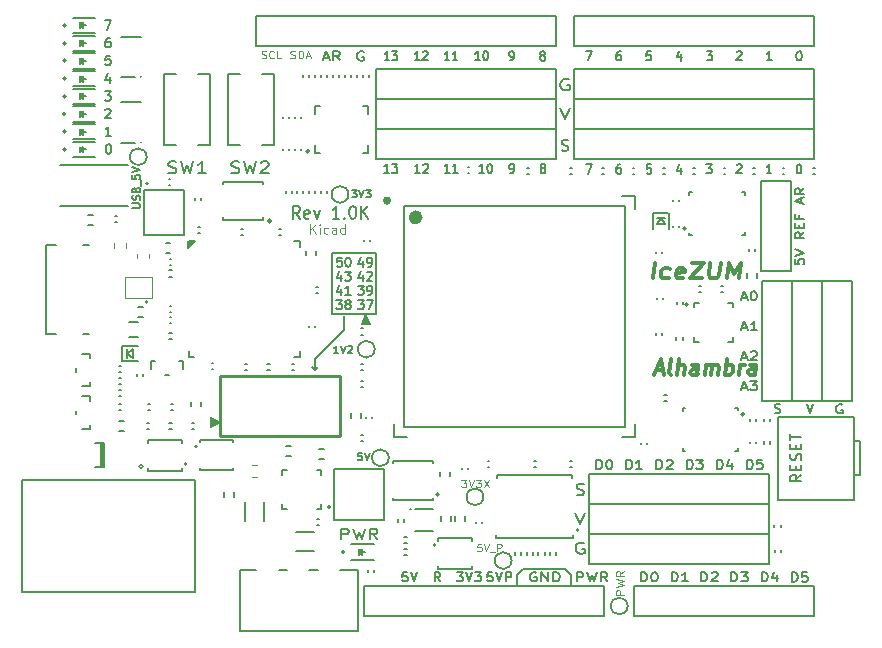
<source format=gbr>
G04 #@! TF.FileFunction,Legend,Top*
%FSLAX46Y46*%
G04 Gerber Fmt 4.6, Leading zero omitted, Abs format (unit mm)*
G04 Created by KiCad (PCBNEW 4.0.2+e4-6225~38~ubuntu16.04.1-stable) date jue 21 jul 2016 08:39:58 CEST*
%MOMM*%
G01*
G04 APERTURE LIST*
%ADD10C,0.100000*%
%ADD11C,0.150000*%
%ADD12C,0.140000*%
%ADD13C,0.120000*%
%ADD14C,0.200000*%
%ADD15C,0.130000*%
%ADD16C,0.010000*%
%ADD17C,0.380000*%
%ADD18C,0.300000*%
%ADD19C,0.127000*%
%ADD20C,0.180000*%
%ADD21C,0.203200*%
%ADD22C,0.101600*%
%ADD23C,0.152400*%
%ADD24C,0.254000*%
%ADD25C,0.600000*%
G04 APERTURE END LIST*
D10*
D11*
X63710000Y36252620D02*
X63710000Y36657382D01*
X63932857Y36171667D02*
X63152857Y36455001D01*
X63932857Y36738334D01*
X63932857Y37507381D02*
X63561429Y37224048D01*
X63932857Y37021667D02*
X63152857Y37021667D01*
X63152857Y37345476D01*
X63190000Y37426429D01*
X63227143Y37466905D01*
X63301429Y37507381D01*
X63412857Y37507381D01*
X63487143Y37466905D01*
X63524286Y37426429D01*
X63561429Y37345476D01*
X63561429Y37021667D01*
X63932857Y33794286D02*
X63561429Y33510953D01*
X63932857Y33308572D02*
X63152857Y33308572D01*
X63152857Y33632381D01*
X63190000Y33713334D01*
X63227143Y33753810D01*
X63301429Y33794286D01*
X63412857Y33794286D01*
X63487143Y33753810D01*
X63524286Y33713334D01*
X63561429Y33632381D01*
X63561429Y33308572D01*
X63524286Y34158572D02*
X63524286Y34441905D01*
X63932857Y34563334D02*
X63932857Y34158572D01*
X63152857Y34158572D01*
X63152857Y34563334D01*
X63524286Y35210953D02*
X63524286Y34927620D01*
X63932857Y34927620D02*
X63152857Y34927620D01*
X63152857Y35332382D01*
X58667143Y20643333D02*
X59095714Y20643333D01*
X58581428Y20426190D02*
X58881428Y21186190D01*
X59181428Y20426190D01*
X59395714Y21186190D02*
X59952857Y21186190D01*
X59652857Y20896667D01*
X59781429Y20896667D01*
X59867143Y20860476D01*
X59910000Y20824286D01*
X59952857Y20751905D01*
X59952857Y20570952D01*
X59910000Y20498571D01*
X59867143Y20462381D01*
X59781429Y20426190D01*
X59524286Y20426190D01*
X59438572Y20462381D01*
X59395714Y20498571D01*
X58667143Y23183333D02*
X59095714Y23183333D01*
X58581428Y22966190D02*
X58881428Y23726190D01*
X59181428Y22966190D01*
X59438572Y23653810D02*
X59481429Y23690000D01*
X59567143Y23726190D01*
X59781429Y23726190D01*
X59867143Y23690000D01*
X59910000Y23653810D01*
X59952857Y23581429D01*
X59952857Y23509048D01*
X59910000Y23400476D01*
X59395714Y22966190D01*
X59952857Y22966190D01*
X58667143Y25703333D02*
X59095714Y25703333D01*
X58581428Y25486190D02*
X58881428Y26246190D01*
X59181428Y25486190D01*
X59952857Y25486190D02*
X59438572Y25486190D01*
X59695714Y25486190D02*
X59695714Y26246190D01*
X59610000Y26137619D01*
X59524286Y26065238D01*
X59438572Y26029048D01*
D12*
X67181905Y19190000D02*
X67086667Y19227143D01*
X66943810Y19227143D01*
X66800952Y19190000D01*
X66705714Y19115714D01*
X66658095Y19041429D01*
X66610476Y18892857D01*
X66610476Y18781429D01*
X66658095Y18632857D01*
X66705714Y18558571D01*
X66800952Y18484286D01*
X66943810Y18447143D01*
X67039048Y18447143D01*
X67181905Y18484286D01*
X67229524Y18521429D01*
X67229524Y18781429D01*
X67039048Y18781429D01*
X64156667Y19267143D02*
X64440001Y18487143D01*
X64723334Y19267143D01*
X59085715Y13737143D02*
X59085715Y14517143D01*
X59300000Y14517143D01*
X59428572Y14480000D01*
X59514286Y14405714D01*
X59557143Y14331429D01*
X59600000Y14182857D01*
X59600000Y14071429D01*
X59557143Y13922857D01*
X59514286Y13848571D01*
X59428572Y13774286D01*
X59300000Y13737143D01*
X59085715Y13737143D01*
X60414286Y14517143D02*
X59985715Y14517143D01*
X59942858Y14145714D01*
X59985715Y14182857D01*
X60071429Y14220000D01*
X60285715Y14220000D01*
X60371429Y14182857D01*
X60414286Y14145714D01*
X60457143Y14071429D01*
X60457143Y13885714D01*
X60414286Y13811429D01*
X60371429Y13774286D01*
X60285715Y13737143D01*
X60071429Y13737143D01*
X59985715Y13774286D01*
X59942858Y13811429D01*
X56525715Y13737143D02*
X56525715Y14517143D01*
X56740000Y14517143D01*
X56868572Y14480000D01*
X56954286Y14405714D01*
X56997143Y14331429D01*
X57040000Y14182857D01*
X57040000Y14071429D01*
X56997143Y13922857D01*
X56954286Y13848571D01*
X56868572Y13774286D01*
X56740000Y13737143D01*
X56525715Y13737143D01*
X57811429Y14257143D02*
X57811429Y13737143D01*
X57597143Y14554286D02*
X57382858Y13997143D01*
X57940000Y13997143D01*
X53985715Y13737143D02*
X53985715Y14517143D01*
X54200000Y14517143D01*
X54328572Y14480000D01*
X54414286Y14405714D01*
X54457143Y14331429D01*
X54500000Y14182857D01*
X54500000Y14071429D01*
X54457143Y13922857D01*
X54414286Y13848571D01*
X54328572Y13774286D01*
X54200000Y13737143D01*
X53985715Y13737143D01*
X54800000Y14517143D02*
X55357143Y14517143D01*
X55057143Y14220000D01*
X55185715Y14220000D01*
X55271429Y14182857D01*
X55314286Y14145714D01*
X55357143Y14071429D01*
X55357143Y13885714D01*
X55314286Y13811429D01*
X55271429Y13774286D01*
X55185715Y13737143D01*
X54928572Y13737143D01*
X54842858Y13774286D01*
X54800000Y13811429D01*
X51435715Y13737143D02*
X51435715Y14517143D01*
X51650000Y14517143D01*
X51778572Y14480000D01*
X51864286Y14405714D01*
X51907143Y14331429D01*
X51950000Y14182857D01*
X51950000Y14071429D01*
X51907143Y13922857D01*
X51864286Y13848571D01*
X51778572Y13774286D01*
X51650000Y13737143D01*
X51435715Y13737143D01*
X52292858Y14442857D02*
X52335715Y14480000D01*
X52421429Y14517143D01*
X52635715Y14517143D01*
X52721429Y14480000D01*
X52764286Y14442857D01*
X52807143Y14368571D01*
X52807143Y14294286D01*
X52764286Y14182857D01*
X52250000Y13737143D01*
X52807143Y13737143D01*
X48875715Y13737143D02*
X48875715Y14517143D01*
X49090000Y14517143D01*
X49218572Y14480000D01*
X49304286Y14405714D01*
X49347143Y14331429D01*
X49390000Y14182857D01*
X49390000Y14071429D01*
X49347143Y13922857D01*
X49304286Y13848571D01*
X49218572Y13774286D01*
X49090000Y13737143D01*
X48875715Y13737143D01*
X50247143Y13737143D02*
X49732858Y13737143D01*
X49990000Y13737143D02*
X49990000Y14517143D01*
X49904286Y14405714D01*
X49818572Y14331429D01*
X49732858Y14294286D01*
X46335715Y13737143D02*
X46335715Y14517143D01*
X46550000Y14517143D01*
X46678572Y14480000D01*
X46764286Y14405714D01*
X46807143Y14331429D01*
X46850000Y14182857D01*
X46850000Y14071429D01*
X46807143Y13922857D01*
X46764286Y13848571D01*
X46678572Y13774286D01*
X46550000Y13737143D01*
X46335715Y13737143D01*
X47407143Y14517143D02*
X47492858Y14517143D01*
X47578572Y14480000D01*
X47621429Y14442857D01*
X47664286Y14368571D01*
X47707143Y14220000D01*
X47707143Y14034286D01*
X47664286Y13885714D01*
X47621429Y13811429D01*
X47578572Y13774286D01*
X47492858Y13737143D01*
X47407143Y13737143D01*
X47321429Y13774286D01*
X47278572Y13811429D01*
X47235715Y13885714D01*
X47192858Y14034286D01*
X47192858Y14220000D01*
X47235715Y14368571D01*
X47278572Y14442857D01*
X47321429Y14480000D01*
X47407143Y14517143D01*
X62885715Y4217143D02*
X62885715Y4997143D01*
X63100000Y4997143D01*
X63228572Y4960000D01*
X63314286Y4885714D01*
X63357143Y4811429D01*
X63400000Y4662857D01*
X63400000Y4551429D01*
X63357143Y4402857D01*
X63314286Y4328571D01*
X63228572Y4254286D01*
X63100000Y4217143D01*
X62885715Y4217143D01*
X64214286Y4997143D02*
X63785715Y4997143D01*
X63742858Y4625714D01*
X63785715Y4662857D01*
X63871429Y4700000D01*
X64085715Y4700000D01*
X64171429Y4662857D01*
X64214286Y4625714D01*
X64257143Y4551429D01*
X64257143Y4365714D01*
X64214286Y4291429D01*
X64171429Y4254286D01*
X64085715Y4217143D01*
X63871429Y4217143D01*
X63785715Y4254286D01*
X63742858Y4291429D01*
X60335715Y4227143D02*
X60335715Y5007143D01*
X60550000Y5007143D01*
X60678572Y4970000D01*
X60764286Y4895714D01*
X60807143Y4821429D01*
X60850000Y4672857D01*
X60850000Y4561429D01*
X60807143Y4412857D01*
X60764286Y4338571D01*
X60678572Y4264286D01*
X60550000Y4227143D01*
X60335715Y4227143D01*
X61621429Y4747143D02*
X61621429Y4227143D01*
X61407143Y5044286D02*
X61192858Y4487143D01*
X61750000Y4487143D01*
X57785715Y4227143D02*
X57785715Y5007143D01*
X58000000Y5007143D01*
X58128572Y4970000D01*
X58214286Y4895714D01*
X58257143Y4821429D01*
X58300000Y4672857D01*
X58300000Y4561429D01*
X58257143Y4412857D01*
X58214286Y4338571D01*
X58128572Y4264286D01*
X58000000Y4227143D01*
X57785715Y4227143D01*
X58600000Y5007143D02*
X59157143Y5007143D01*
X58857143Y4710000D01*
X58985715Y4710000D01*
X59071429Y4672857D01*
X59114286Y4635714D01*
X59157143Y4561429D01*
X59157143Y4375714D01*
X59114286Y4301429D01*
X59071429Y4264286D01*
X58985715Y4227143D01*
X58728572Y4227143D01*
X58642858Y4264286D01*
X58600000Y4301429D01*
X55245715Y4227143D02*
X55245715Y5007143D01*
X55460000Y5007143D01*
X55588572Y4970000D01*
X55674286Y4895714D01*
X55717143Y4821429D01*
X55760000Y4672857D01*
X55760000Y4561429D01*
X55717143Y4412857D01*
X55674286Y4338571D01*
X55588572Y4264286D01*
X55460000Y4227143D01*
X55245715Y4227143D01*
X56102858Y4932857D02*
X56145715Y4970000D01*
X56231429Y5007143D01*
X56445715Y5007143D01*
X56531429Y4970000D01*
X56574286Y4932857D01*
X56617143Y4858571D01*
X56617143Y4784286D01*
X56574286Y4672857D01*
X56060000Y4227143D01*
X56617143Y4227143D01*
X52715715Y4227143D02*
X52715715Y5007143D01*
X52930000Y5007143D01*
X53058572Y4970000D01*
X53144286Y4895714D01*
X53187143Y4821429D01*
X53230000Y4672857D01*
X53230000Y4561429D01*
X53187143Y4412857D01*
X53144286Y4338571D01*
X53058572Y4264286D01*
X52930000Y4227143D01*
X52715715Y4227143D01*
X54087143Y4227143D02*
X53572858Y4227143D01*
X53830000Y4227143D02*
X53830000Y5007143D01*
X53744286Y4895714D01*
X53658572Y4821429D01*
X53572858Y4784286D01*
X50155715Y4227143D02*
X50155715Y5007143D01*
X50370000Y5007143D01*
X50498572Y4970000D01*
X50584286Y4895714D01*
X50627143Y4821429D01*
X50670000Y4672857D01*
X50670000Y4561429D01*
X50627143Y4412857D01*
X50584286Y4338571D01*
X50498572Y4264286D01*
X50370000Y4227143D01*
X50155715Y4227143D01*
X51227143Y5007143D02*
X51312858Y5007143D01*
X51398572Y4970000D01*
X51441429Y4932857D01*
X51484286Y4858571D01*
X51527143Y4710000D01*
X51527143Y4524286D01*
X51484286Y4375714D01*
X51441429Y4301429D01*
X51398572Y4264286D01*
X51312858Y4227143D01*
X51227143Y4227143D01*
X51141429Y4264286D01*
X51098572Y4301429D01*
X51055715Y4375714D01*
X51012858Y4524286D01*
X51012858Y4710000D01*
X51055715Y4858571D01*
X51098572Y4932857D01*
X51141429Y4970000D01*
X51227143Y5007143D01*
D11*
X45330476Y7465000D02*
X45206667Y7510238D01*
X45020952Y7510238D01*
X44835238Y7465000D01*
X44711429Y7374524D01*
X44649524Y7284048D01*
X44587619Y7103095D01*
X44587619Y6967381D01*
X44649524Y6786429D01*
X44711429Y6695952D01*
X44835238Y6605476D01*
X45020952Y6560238D01*
X45144762Y6560238D01*
X45330476Y6605476D01*
X45392381Y6650714D01*
X45392381Y6967381D01*
X45144762Y6967381D01*
X44556667Y10020238D02*
X44990000Y9070238D01*
X45423333Y10020238D01*
X44704286Y11585476D02*
X44847143Y11540238D01*
X45085239Y11540238D01*
X45180477Y11585476D01*
X45228096Y11630714D01*
X45275715Y11721190D01*
X45275715Y11811667D01*
X45228096Y11902143D01*
X45180477Y11947381D01*
X45085239Y11992619D01*
X44894762Y12037857D01*
X44799524Y12083095D01*
X44751905Y12128333D01*
X44704286Y12218810D01*
X44704286Y12309286D01*
X44751905Y12399762D01*
X44799524Y12445000D01*
X44894762Y12490238D01*
X45132858Y12490238D01*
X45275715Y12445000D01*
D13*
X48651429Y3100000D02*
X48051429Y3100000D01*
X48051429Y3385715D01*
X48080000Y3457143D01*
X48108571Y3492858D01*
X48165714Y3528572D01*
X48251429Y3528572D01*
X48308571Y3492858D01*
X48337143Y3457143D01*
X48365714Y3385715D01*
X48365714Y3100000D01*
X48051429Y3778572D02*
X48651429Y3957143D01*
X48222857Y4100000D01*
X48651429Y4242858D01*
X48051429Y4421429D01*
X48651429Y5135715D02*
X48365714Y4885715D01*
X48651429Y4707143D02*
X48051429Y4707143D01*
X48051429Y4992858D01*
X48080000Y5064286D01*
X48108571Y5100001D01*
X48165714Y5135715D01*
X48251429Y5135715D01*
X48308571Y5100001D01*
X48337143Y5064286D01*
X48365714Y4992858D01*
X48365714Y4707143D01*
D11*
X44703333Y4245238D02*
X44703333Y4985238D01*
X45065238Y4985238D01*
X45155714Y4950000D01*
X45200953Y4914762D01*
X45246191Y4844286D01*
X45246191Y4738571D01*
X45200953Y4668095D01*
X45155714Y4632857D01*
X45065238Y4597619D01*
X44703333Y4597619D01*
X45562857Y4985238D02*
X45789048Y4245238D01*
X45970000Y4773810D01*
X46150953Y4245238D01*
X46377143Y4985238D01*
X47281905Y4245238D02*
X46965238Y4597619D01*
X46739047Y4245238D02*
X46739047Y4985238D01*
X47100952Y4985238D01*
X47191428Y4950000D01*
X47236667Y4914762D01*
X47281905Y4844286D01*
X47281905Y4738571D01*
X47236667Y4668095D01*
X47191428Y4632857D01*
X47100952Y4597619D01*
X46739047Y4597619D01*
D14*
X43680000Y5300000D02*
X40130000Y5300000D01*
X44200000Y4780000D02*
X43680000Y5300000D01*
X39600000Y4770000D02*
X40130000Y5300000D01*
X44200000Y3920000D02*
X44200000Y4780000D01*
X39600000Y3910000D02*
X39600000Y4770000D01*
D11*
X37543096Y4990714D02*
X37138334Y4990714D01*
X37097858Y4633571D01*
X37138334Y4669286D01*
X37219286Y4705000D01*
X37421667Y4705000D01*
X37502620Y4669286D01*
X37543096Y4633571D01*
X37583572Y4562143D01*
X37583572Y4383571D01*
X37543096Y4312143D01*
X37502620Y4276429D01*
X37421667Y4240714D01*
X37219286Y4240714D01*
X37138334Y4276429D01*
X37097858Y4312143D01*
X37826429Y4990714D02*
X38109763Y4240714D01*
X38393096Y4990714D01*
X38676429Y4240714D02*
X38676429Y4990714D01*
X39000238Y4990714D01*
X39081191Y4955000D01*
X39121667Y4919286D01*
X39162143Y4847857D01*
X39162143Y4740714D01*
X39121667Y4669286D01*
X39081191Y4633571D01*
X39000238Y4597857D01*
X38676429Y4597857D01*
X34527620Y4990714D02*
X35053810Y4990714D01*
X34770477Y4705000D01*
X34891905Y4705000D01*
X34972858Y4669286D01*
X35013334Y4633571D01*
X35053810Y4562143D01*
X35053810Y4383571D01*
X35013334Y4312143D01*
X34972858Y4276429D01*
X34891905Y4240714D01*
X34649048Y4240714D01*
X34568096Y4276429D01*
X34527620Y4312143D01*
X35296667Y4990714D02*
X35580001Y4240714D01*
X35863334Y4990714D01*
X36065715Y4990714D02*
X36591905Y4990714D01*
X36308572Y4705000D01*
X36430000Y4705000D01*
X36510953Y4669286D01*
X36551429Y4633571D01*
X36591905Y4562143D01*
X36591905Y4383571D01*
X36551429Y4312143D01*
X36510953Y4276429D01*
X36430000Y4240714D01*
X36187143Y4240714D01*
X36106191Y4276429D01*
X36065715Y4312143D01*
X33143095Y4240714D02*
X32859762Y4597857D01*
X32657381Y4240714D02*
X32657381Y4990714D01*
X32981190Y4990714D01*
X33062143Y4955000D01*
X33102619Y4919286D01*
X33143095Y4847857D01*
X33143095Y4740714D01*
X33102619Y4669286D01*
X33062143Y4633571D01*
X32981190Y4597857D01*
X32657381Y4597857D01*
X30348096Y4990714D02*
X29943334Y4990714D01*
X29902858Y4633571D01*
X29943334Y4669286D01*
X30024286Y4705000D01*
X30226667Y4705000D01*
X30307620Y4669286D01*
X30348096Y4633571D01*
X30388572Y4562143D01*
X30388572Y4383571D01*
X30348096Y4312143D01*
X30307620Y4276429D01*
X30226667Y4240714D01*
X30024286Y4240714D01*
X29943334Y4276429D01*
X29902858Y4312143D01*
X30631429Y4990714D02*
X30914763Y4240714D01*
X31198096Y4990714D01*
D13*
X36603572Y7388571D02*
X36294048Y7388571D01*
X36263096Y7102857D01*
X36294048Y7131429D01*
X36355953Y7160000D01*
X36510715Y7160000D01*
X36572619Y7131429D01*
X36603572Y7102857D01*
X36634524Y7045714D01*
X36634524Y6902857D01*
X36603572Y6845714D01*
X36572619Y6817143D01*
X36510715Y6788571D01*
X36355953Y6788571D01*
X36294048Y6817143D01*
X36263096Y6845714D01*
X36820239Y7388571D02*
X37036905Y6788571D01*
X37253572Y7388571D01*
X37315477Y6731429D02*
X37810715Y6731429D01*
X37965477Y6788571D02*
X37965477Y7388571D01*
X38213096Y7388571D01*
X38275001Y7360000D01*
X38305953Y7331429D01*
X38336905Y7274286D01*
X38336905Y7188571D01*
X38305953Y7131429D01*
X38275001Y7102857D01*
X38213096Y7074286D01*
X37965477Y7074286D01*
X34924286Y12818571D02*
X35345238Y12818571D01*
X35118572Y12590000D01*
X35215714Y12590000D01*
X35280476Y12561429D01*
X35312857Y12532857D01*
X35345238Y12475714D01*
X35345238Y12332857D01*
X35312857Y12275714D01*
X35280476Y12247143D01*
X35215714Y12218571D01*
X35021429Y12218571D01*
X34956667Y12247143D01*
X34924286Y12275714D01*
X35539524Y12818571D02*
X35766191Y12218571D01*
X35992857Y12818571D01*
X36154762Y12818571D02*
X36575714Y12818571D01*
X36349048Y12590000D01*
X36446190Y12590000D01*
X36510952Y12561429D01*
X36543333Y12532857D01*
X36575714Y12475714D01*
X36575714Y12332857D01*
X36543333Y12275714D01*
X36510952Y12247143D01*
X36446190Y12218571D01*
X36251905Y12218571D01*
X36187143Y12247143D01*
X36154762Y12275714D01*
X36802381Y12818571D02*
X37255714Y12218571D01*
X37255714Y12818571D02*
X36802381Y12218571D01*
D15*
X26506191Y15098571D02*
X26196667Y15098571D01*
X26165715Y14812857D01*
X26196667Y14841429D01*
X26258572Y14870000D01*
X26413334Y14870000D01*
X26475238Y14841429D01*
X26506191Y14812857D01*
X26537143Y14755714D01*
X26537143Y14612857D01*
X26506191Y14555714D01*
X26475238Y14527143D01*
X26413334Y14498571D01*
X26258572Y14498571D01*
X26196667Y14527143D01*
X26165715Y14555714D01*
X26722858Y15098571D02*
X26939524Y14498571D01*
X27156191Y15098571D01*
X24517619Y23598571D02*
X24146191Y23598571D01*
X24331905Y23598571D02*
X24331905Y24198571D01*
X24270000Y24112857D01*
X24208095Y24055714D01*
X24146191Y24027143D01*
X24703334Y24198571D02*
X24920000Y23598571D01*
X25136667Y24198571D01*
X25322382Y24141429D02*
X25353334Y24170000D01*
X25415239Y24198571D01*
X25570001Y24198571D01*
X25631905Y24170000D01*
X25662858Y24141429D01*
X25693810Y24084286D01*
X25693810Y24027143D01*
X25662858Y23941429D01*
X25291429Y23598571D01*
X25693810Y23598571D01*
D14*
X22540000Y23050000D02*
X22540000Y22180000D01*
X24000000Y32000000D02*
X27700000Y32000000D01*
X27700000Y26900000D02*
X27700000Y32000000D01*
D16*
X27700000Y32000000D02*
X27710000Y32000000D01*
D14*
X24000000Y26900000D02*
X27700000Y26900000D01*
D16*
X24000000Y26900000D02*
X27700000Y26900000D01*
D14*
X24000000Y32000000D02*
X24000000Y26900000D01*
D13*
X22123333Y33658095D02*
X22123333Y34458095D01*
X22580476Y33658095D02*
X22237619Y34115238D01*
X22580476Y34458095D02*
X22123333Y34000952D01*
X22923333Y33658095D02*
X22923333Y34191429D01*
X22923333Y34458095D02*
X22885238Y34420000D01*
X22923333Y34381905D01*
X22961428Y34420000D01*
X22923333Y34458095D01*
X22923333Y34381905D01*
X23647142Y33696190D02*
X23570952Y33658095D01*
X23418571Y33658095D01*
X23342380Y33696190D01*
X23304285Y33734286D01*
X23266190Y33810476D01*
X23266190Y34039048D01*
X23304285Y34115238D01*
X23342380Y34153333D01*
X23418571Y34191429D01*
X23570952Y34191429D01*
X23647142Y34153333D01*
X24332856Y33658095D02*
X24332856Y34077143D01*
X24294761Y34153333D01*
X24218571Y34191429D01*
X24066190Y34191429D01*
X23989999Y34153333D01*
X24332856Y33696190D02*
X24256666Y33658095D01*
X24066190Y33658095D01*
X23989999Y33696190D01*
X23951904Y33772381D01*
X23951904Y33848571D01*
X23989999Y33924762D01*
X24066190Y33962857D01*
X24256666Y33962857D01*
X24332856Y34000952D01*
X25056666Y33658095D02*
X25056666Y34458095D01*
X25056666Y33696190D02*
X24980476Y33658095D01*
X24828095Y33658095D01*
X24751904Y33696190D01*
X24713809Y33734286D01*
X24675714Y33810476D01*
X24675714Y34039048D01*
X24713809Y34115238D01*
X24751904Y34153333D01*
X24828095Y34191429D01*
X24980476Y34191429D01*
X25056666Y34153333D01*
D17*
X28810000Y36470000D02*
G75*
G03X28810000Y36470000I-190000J0D01*
G01*
D15*
X25655238Y37348571D02*
X26057619Y37348571D01*
X25840952Y37120000D01*
X25933810Y37120000D01*
X25995714Y37091429D01*
X26026667Y37062857D01*
X26057619Y37005714D01*
X26057619Y36862857D01*
X26026667Y36805714D01*
X25995714Y36777143D01*
X25933810Y36748571D01*
X25748095Y36748571D01*
X25686191Y36777143D01*
X25655238Y36805714D01*
X26243334Y37348571D02*
X26460000Y36748571D01*
X26676667Y37348571D01*
X26831429Y37348571D02*
X27233810Y37348571D01*
X27017143Y37120000D01*
X27110001Y37120000D01*
X27171905Y37091429D01*
X27202858Y37062857D01*
X27233810Y37005714D01*
X27233810Y36862857D01*
X27202858Y36805714D01*
X27171905Y36777143D01*
X27110001Y36748571D01*
X26924286Y36748571D01*
X26862382Y36777143D01*
X26831429Y36805714D01*
D11*
X43404286Y40725476D02*
X43547143Y40680238D01*
X43785239Y40680238D01*
X43880477Y40725476D01*
X43928096Y40770714D01*
X43975715Y40861190D01*
X43975715Y40951667D01*
X43928096Y41042143D01*
X43880477Y41087381D01*
X43785239Y41132619D01*
X43594762Y41177857D01*
X43499524Y41223095D01*
X43451905Y41268333D01*
X43404286Y41358810D01*
X43404286Y41449286D01*
X43451905Y41539762D01*
X43499524Y41585000D01*
X43594762Y41630238D01*
X43832858Y41630238D01*
X43975715Y41585000D01*
X43256667Y44320238D02*
X43690000Y43370238D01*
X44123333Y44320238D01*
X44030476Y46725000D02*
X43906667Y46770238D01*
X43720952Y46770238D01*
X43535238Y46725000D01*
X43411429Y46634524D01*
X43349524Y46544048D01*
X43287619Y46363095D01*
X43287619Y46227381D01*
X43349524Y46046429D01*
X43411429Y45955952D01*
X43535238Y45865476D01*
X43720952Y45820238D01*
X43844762Y45820238D01*
X44030476Y45865476D01*
X44092381Y45910714D01*
X44092381Y46227381D01*
X43844762Y46227381D01*
D12*
X63475238Y39547143D02*
X63544762Y39547143D01*
X63614286Y39510000D01*
X63649048Y39472857D01*
X63683810Y39398571D01*
X63718571Y39250000D01*
X63718571Y39064286D01*
X63683810Y38915714D01*
X63649048Y38841429D01*
X63614286Y38804286D01*
X63544762Y38767143D01*
X63475238Y38767143D01*
X63405714Y38804286D01*
X63370952Y38841429D01*
X63336191Y38915714D01*
X63301429Y39064286D01*
X63301429Y39250000D01*
X63336191Y39398571D01*
X63370952Y39472857D01*
X63405714Y39510000D01*
X63475238Y39547143D01*
X61178571Y38767143D02*
X60761429Y38767143D01*
X60970000Y38767143D02*
X60970000Y39547143D01*
X60900476Y39435714D01*
X60830952Y39361429D01*
X60761429Y39324286D01*
X58231429Y39472857D02*
X58266191Y39510000D01*
X58335714Y39547143D01*
X58509524Y39547143D01*
X58579048Y39510000D01*
X58613810Y39472857D01*
X58648571Y39398571D01*
X58648571Y39324286D01*
X58613810Y39212857D01*
X58196667Y38767143D01*
X58648571Y38767143D01*
X55666667Y39547143D02*
X56118571Y39547143D01*
X55875238Y39250000D01*
X55979524Y39250000D01*
X56049048Y39212857D01*
X56083810Y39175714D01*
X56118571Y39101429D01*
X56118571Y38915714D01*
X56083810Y38841429D01*
X56049048Y38804286D01*
X55979524Y38767143D01*
X55770952Y38767143D01*
X55701429Y38804286D01*
X55666667Y38841429D01*
X53499048Y39247143D02*
X53499048Y38727143D01*
X53325238Y39544286D02*
X53151429Y38987143D01*
X53603333Y38987143D01*
X50983810Y39537143D02*
X50636191Y39537143D01*
X50601429Y39165714D01*
X50636191Y39202857D01*
X50705714Y39240000D01*
X50879524Y39240000D01*
X50949048Y39202857D01*
X50983810Y39165714D01*
X51018571Y39091429D01*
X51018571Y38905714D01*
X50983810Y38831429D01*
X50949048Y38794286D01*
X50879524Y38757143D01*
X50705714Y38757143D01*
X50636191Y38794286D01*
X50601429Y38831429D01*
X48389048Y39537143D02*
X48250000Y39537143D01*
X48180476Y39500000D01*
X48145714Y39462857D01*
X48076191Y39351429D01*
X48041429Y39202857D01*
X48041429Y38905714D01*
X48076191Y38831429D01*
X48110952Y38794286D01*
X48180476Y38757143D01*
X48319524Y38757143D01*
X48389048Y38794286D01*
X48423810Y38831429D01*
X48458571Y38905714D01*
X48458571Y39091429D01*
X48423810Y39165714D01*
X48389048Y39202857D01*
X48319524Y39240000D01*
X48180476Y39240000D01*
X48110952Y39202857D01*
X48076191Y39165714D01*
X48041429Y39091429D01*
X45466667Y39537143D02*
X45953333Y39537143D01*
X45640476Y38757143D01*
X41760476Y39252857D02*
X41690952Y39290000D01*
X41656191Y39327143D01*
X41621429Y39401429D01*
X41621429Y39438571D01*
X41656191Y39512857D01*
X41690952Y39550000D01*
X41760476Y39587143D01*
X41899524Y39587143D01*
X41969048Y39550000D01*
X42003810Y39512857D01*
X42038571Y39438571D01*
X42038571Y39401429D01*
X42003810Y39327143D01*
X41969048Y39290000D01*
X41899524Y39252857D01*
X41760476Y39252857D01*
X41690952Y39215714D01*
X41656191Y39178571D01*
X41621429Y39104286D01*
X41621429Y38955714D01*
X41656191Y38881429D01*
X41690952Y38844286D01*
X41760476Y38807143D01*
X41899524Y38807143D01*
X41969048Y38844286D01*
X42003810Y38881429D01*
X42038571Y38955714D01*
X42038571Y39104286D01*
X42003810Y39178571D01*
X41969048Y39215714D01*
X41899524Y39252857D01*
X39050952Y38807143D02*
X39190000Y38807143D01*
X39259524Y38844286D01*
X39294286Y38881429D01*
X39363810Y38992857D01*
X39398571Y39141429D01*
X39398571Y39438571D01*
X39363810Y39512857D01*
X39329048Y39550000D01*
X39259524Y39587143D01*
X39120476Y39587143D01*
X39050952Y39550000D01*
X39016191Y39512857D01*
X38981429Y39438571D01*
X38981429Y39252857D01*
X39016191Y39178571D01*
X39050952Y39141429D01*
X39120476Y39104286D01*
X39259524Y39104286D01*
X39329048Y39141429D01*
X39363810Y39178571D01*
X39398571Y39252857D01*
X36840952Y38807143D02*
X36423810Y38807143D01*
X36632381Y38807143D02*
X36632381Y39587143D01*
X36562857Y39475714D01*
X36493333Y39401429D01*
X36423810Y39364286D01*
X37292857Y39587143D02*
X37362381Y39587143D01*
X37431905Y39550000D01*
X37466667Y39512857D01*
X37501429Y39438571D01*
X37536190Y39290000D01*
X37536190Y39104286D01*
X37501429Y38955714D01*
X37466667Y38881429D01*
X37431905Y38844286D01*
X37362381Y38807143D01*
X37292857Y38807143D01*
X37223333Y38844286D01*
X37188571Y38881429D01*
X37153810Y38955714D01*
X37119048Y39104286D01*
X37119048Y39290000D01*
X37153810Y39438571D01*
X37188571Y39512857D01*
X37223333Y39550000D01*
X37292857Y39587143D01*
X33920952Y38807143D02*
X33503810Y38807143D01*
X33712381Y38807143D02*
X33712381Y39587143D01*
X33642857Y39475714D01*
X33573333Y39401429D01*
X33503810Y39364286D01*
X34616190Y38807143D02*
X34199048Y38807143D01*
X34407619Y38807143D02*
X34407619Y39587143D01*
X34338095Y39475714D01*
X34268571Y39401429D01*
X34199048Y39364286D01*
X31410952Y38807143D02*
X30993810Y38807143D01*
X31202381Y38807143D02*
X31202381Y39587143D01*
X31132857Y39475714D01*
X31063333Y39401429D01*
X30993810Y39364286D01*
X31689048Y39512857D02*
X31723810Y39550000D01*
X31793333Y39587143D01*
X31967143Y39587143D01*
X32036667Y39550000D01*
X32071429Y39512857D01*
X32106190Y39438571D01*
X32106190Y39364286D01*
X32071429Y39252857D01*
X31654286Y38807143D01*
X32106190Y38807143D01*
X28797143Y38807143D02*
X28368571Y38807143D01*
X28582857Y38807143D02*
X28582857Y39587143D01*
X28511428Y39475714D01*
X28440000Y39401429D01*
X28368571Y39364286D01*
X29047143Y39587143D02*
X29511429Y39587143D01*
X29261429Y39290000D01*
X29368571Y39290000D01*
X29440000Y39252857D01*
X29475714Y39215714D01*
X29511429Y39141429D01*
X29511429Y38955714D01*
X29475714Y38881429D01*
X29440000Y38844286D01*
X29368571Y38807143D01*
X29154286Y38807143D01*
X29082857Y38844286D01*
X29047143Y38881429D01*
D15*
X7064048Y35884048D02*
X7590238Y35884048D01*
X7652143Y35915000D01*
X7683095Y35945953D01*
X7714048Y36007857D01*
X7714048Y36131667D01*
X7683095Y36193572D01*
X7652143Y36224524D01*
X7590238Y36255476D01*
X7064048Y36255476D01*
X7683095Y36534048D02*
X7714048Y36626905D01*
X7714048Y36781667D01*
X7683095Y36843571D01*
X7652143Y36874524D01*
X7590238Y36905476D01*
X7528333Y36905476D01*
X7466429Y36874524D01*
X7435476Y36843571D01*
X7404524Y36781667D01*
X7373571Y36657857D01*
X7342619Y36595952D01*
X7311667Y36565000D01*
X7249762Y36534048D01*
X7187857Y36534048D01*
X7125952Y36565000D01*
X7095000Y36595952D01*
X7064048Y36657857D01*
X7064048Y36812619D01*
X7095000Y36905476D01*
X7373571Y37400715D02*
X7404524Y37493572D01*
X7435476Y37524524D01*
X7497381Y37555476D01*
X7590238Y37555476D01*
X7652143Y37524524D01*
X7683095Y37493572D01*
X7714048Y37431667D01*
X7714048Y37184048D01*
X7064048Y37184048D01*
X7064048Y37400715D01*
X7095000Y37462619D01*
X7125952Y37493572D01*
X7187857Y37524524D01*
X7249762Y37524524D01*
X7311667Y37493572D01*
X7342619Y37462619D01*
X7373571Y37400715D01*
X7373571Y37184048D01*
X7775952Y37679286D02*
X7775952Y38174524D01*
X7064048Y38638810D02*
X7064048Y38329286D01*
X7373571Y38298334D01*
X7342619Y38329286D01*
X7311667Y38391191D01*
X7311667Y38545953D01*
X7342619Y38607857D01*
X7373571Y38638810D01*
X7435476Y38669762D01*
X7590238Y38669762D01*
X7652143Y38638810D01*
X7683095Y38607857D01*
X7714048Y38545953D01*
X7714048Y38391191D01*
X7683095Y38329286D01*
X7652143Y38298334D01*
X7064048Y38855477D02*
X7714048Y39072143D01*
X7064048Y39288810D01*
D11*
X15430000Y38835238D02*
X15601429Y38787619D01*
X15887143Y38787619D01*
X16001429Y38835238D01*
X16058572Y38882857D01*
X16115715Y38978095D01*
X16115715Y39073333D01*
X16058572Y39168571D01*
X16001429Y39216190D01*
X15887143Y39263810D01*
X15658572Y39311429D01*
X15544286Y39359048D01*
X15487143Y39406667D01*
X15430000Y39501905D01*
X15430000Y39597143D01*
X15487143Y39692381D01*
X15544286Y39740000D01*
X15658572Y39787619D01*
X15944286Y39787619D01*
X16115715Y39740000D01*
X16515715Y39787619D02*
X16801429Y38787619D01*
X17030000Y39501905D01*
X17258572Y38787619D01*
X17544286Y39787619D01*
X17944286Y39692381D02*
X18001429Y39740000D01*
X18115715Y39787619D01*
X18401429Y39787619D01*
X18515715Y39740000D01*
X18572858Y39692381D01*
X18630001Y39597143D01*
X18630001Y39501905D01*
X18572858Y39359048D01*
X17887144Y38787619D01*
X18630001Y38787619D01*
X10100000Y38835238D02*
X10271429Y38787619D01*
X10557143Y38787619D01*
X10671429Y38835238D01*
X10728572Y38882857D01*
X10785715Y38978095D01*
X10785715Y39073333D01*
X10728572Y39168571D01*
X10671429Y39216190D01*
X10557143Y39263810D01*
X10328572Y39311429D01*
X10214286Y39359048D01*
X10157143Y39406667D01*
X10100000Y39501905D01*
X10100000Y39597143D01*
X10157143Y39692381D01*
X10214286Y39740000D01*
X10328572Y39787619D01*
X10614286Y39787619D01*
X10785715Y39740000D01*
X11185715Y39787619D02*
X11471429Y38787619D01*
X11700000Y39501905D01*
X11928572Y38787619D01*
X12214286Y39787619D01*
X13300001Y38787619D02*
X12614286Y38787619D01*
X12957144Y38787619D02*
X12957144Y39787619D01*
X12842858Y39644762D01*
X12728572Y39549524D01*
X12614286Y39501905D01*
D10*
X21272500Y33070800D02*
X21272500Y33058100D01*
D18*
X51365590Y22097233D02*
X51984638Y22097233D01*
X51195352Y21725805D02*
X51791185Y23025805D01*
X52062018Y21725805D01*
X52681066Y21725805D02*
X52564995Y21787710D01*
X52518566Y21911519D01*
X52657852Y23025805D01*
X53176304Y21725805D02*
X53338804Y23025805D01*
X53733447Y21725805D02*
X53818566Y22406757D01*
X53772137Y22530567D01*
X53656065Y22592471D01*
X53470351Y22592471D01*
X53338804Y22530567D01*
X53269161Y22468662D01*
X54909637Y21725805D02*
X54994756Y22406757D01*
X54948327Y22530567D01*
X54832255Y22592471D01*
X54584636Y22592471D01*
X54453089Y22530567D01*
X54917375Y21787710D02*
X54785827Y21725805D01*
X54476303Y21725805D01*
X54360232Y21787710D01*
X54313803Y21911519D01*
X54329280Y22035329D01*
X54406661Y22159138D01*
X54538208Y22221043D01*
X54847732Y22221043D01*
X54979280Y22282948D01*
X55528684Y21725805D02*
X55637017Y22592471D01*
X55621541Y22468662D02*
X55691184Y22530567D01*
X55822731Y22592471D01*
X56008445Y22592471D01*
X56124517Y22530567D01*
X56170946Y22406757D01*
X56085827Y21725805D01*
X56170946Y22406757D02*
X56248326Y22530567D01*
X56379874Y22592471D01*
X56565588Y22592471D01*
X56681660Y22530567D01*
X56728089Y22406757D01*
X56642970Y21725805D01*
X57262017Y21725805D02*
X57424517Y23025805D01*
X57362612Y22530567D02*
X57494159Y22592471D01*
X57741778Y22592471D01*
X57857850Y22530567D01*
X57912017Y22468662D01*
X57958445Y22344852D01*
X57912017Y21973424D01*
X57834636Y21849614D01*
X57764993Y21787710D01*
X57633445Y21725805D01*
X57385826Y21725805D01*
X57269755Y21787710D01*
X58438207Y21725805D02*
X58546540Y22592471D01*
X58515588Y22344852D02*
X58592969Y22468662D01*
X58662611Y22530567D01*
X58794159Y22592471D01*
X58917968Y22592471D01*
X59800112Y21725805D02*
X59885231Y22406757D01*
X59838802Y22530567D01*
X59722730Y22592471D01*
X59475111Y22592471D01*
X59343564Y22530567D01*
X59807850Y21787710D02*
X59676302Y21725805D01*
X59366778Y21725805D01*
X59250707Y21787710D01*
X59204278Y21911519D01*
X59219755Y22035329D01*
X59297136Y22159138D01*
X59428683Y22221043D01*
X59738207Y22221043D01*
X59869755Y22282948D01*
D11*
X63706190Y13245715D02*
X63268095Y12925715D01*
X63706190Y12697143D02*
X62786190Y12697143D01*
X62786190Y13062858D01*
X62830000Y13154286D01*
X62873810Y13200001D01*
X62961429Y13245715D01*
X63092857Y13245715D01*
X63180476Y13200001D01*
X63224286Y13154286D01*
X63268095Y13062858D01*
X63268095Y12697143D01*
X63224286Y13657143D02*
X63224286Y13977143D01*
X63706190Y14114286D02*
X63706190Y13657143D01*
X62786190Y13657143D01*
X62786190Y14114286D01*
X63662381Y14480000D02*
X63706190Y14617143D01*
X63706190Y14845714D01*
X63662381Y14937143D01*
X63618571Y14982857D01*
X63530952Y15028572D01*
X63443333Y15028572D01*
X63355714Y14982857D01*
X63311905Y14937143D01*
X63268095Y14845714D01*
X63224286Y14662857D01*
X63180476Y14571429D01*
X63136667Y14525714D01*
X63049048Y14480000D01*
X62961429Y14480000D01*
X62873810Y14525714D01*
X62830000Y14571429D01*
X62786190Y14662857D01*
X62786190Y14891429D01*
X62830000Y15028572D01*
X63224286Y15440000D02*
X63224286Y15760000D01*
X63706190Y15897143D02*
X63706190Y15440000D01*
X62786190Y15440000D01*
X62786190Y15897143D01*
X62786190Y16171429D02*
X62786190Y16720000D01*
X63706190Y16445714D02*
X62786190Y16445714D01*
X58647143Y28243333D02*
X59075714Y28243333D01*
X58561428Y28026190D02*
X58861428Y28786190D01*
X59161428Y28026190D01*
X59632857Y28786190D02*
X59718572Y28786190D01*
X59804286Y28750000D01*
X59847143Y28713810D01*
X59890000Y28641429D01*
X59932857Y28496667D01*
X59932857Y28315714D01*
X59890000Y28170952D01*
X59847143Y28098571D01*
X59804286Y28062381D01*
X59718572Y28026190D01*
X59632857Y28026190D01*
X59547143Y28062381D01*
X59504286Y28098571D01*
X59461429Y28170952D01*
X59418572Y28315714D01*
X59418572Y28496667D01*
X59461429Y28641429D01*
X59504286Y28713810D01*
X59547143Y28750000D01*
X59632857Y28786190D01*
D12*
X61465714Y18524286D02*
X61572857Y18487143D01*
X61751428Y18487143D01*
X61822857Y18524286D01*
X61858571Y18561429D01*
X61894286Y18635714D01*
X61894286Y18710000D01*
X61858571Y18784286D01*
X61822857Y18821429D01*
X61751428Y18858571D01*
X61608571Y18895714D01*
X61537143Y18932857D01*
X61501428Y18970000D01*
X61465714Y19044286D01*
X61465714Y19118571D01*
X61501428Y19192857D01*
X61537143Y19230000D01*
X61608571Y19267143D01*
X61787143Y19267143D01*
X61894286Y19230000D01*
D11*
X63152857Y31508096D02*
X63152857Y31103334D01*
X63524286Y31062858D01*
X63487143Y31103334D01*
X63450000Y31184286D01*
X63450000Y31386667D01*
X63487143Y31467620D01*
X63524286Y31508096D01*
X63598571Y31548572D01*
X63784286Y31548572D01*
X63858571Y31508096D01*
X63895714Y31467620D01*
X63932857Y31386667D01*
X63932857Y31184286D01*
X63895714Y31103334D01*
X63858571Y31062858D01*
X63152857Y31791429D02*
X63932857Y32074763D01*
X63152857Y32358096D01*
X41238572Y4960000D02*
X41147143Y4995238D01*
X41010000Y4995238D01*
X40872857Y4960000D01*
X40781429Y4889524D01*
X40735714Y4819048D01*
X40690000Y4678095D01*
X40690000Y4572381D01*
X40735714Y4431429D01*
X40781429Y4360952D01*
X40872857Y4290476D01*
X41010000Y4255238D01*
X41101429Y4255238D01*
X41238572Y4290476D01*
X41284286Y4325714D01*
X41284286Y4572381D01*
X41101429Y4572381D01*
X41695714Y4255238D02*
X41695714Y4995238D01*
X42244286Y4255238D01*
X42244286Y4995238D01*
X42701428Y4255238D02*
X42701428Y4995238D01*
X42930000Y4995238D01*
X43067143Y4960000D01*
X43158571Y4889524D01*
X43204286Y4819048D01*
X43250000Y4678095D01*
X43250000Y4572381D01*
X43204286Y4431429D01*
X43158571Y4360952D01*
X43067143Y4290476D01*
X42930000Y4255238D01*
X42701428Y4255238D01*
D10*
X18006191Y48557143D02*
X18099048Y48528571D01*
X18253810Y48528571D01*
X18315714Y48557143D01*
X18346667Y48585714D01*
X18377619Y48642857D01*
X18377619Y48700000D01*
X18346667Y48757143D01*
X18315714Y48785714D01*
X18253810Y48814286D01*
X18130000Y48842857D01*
X18068095Y48871429D01*
X18037143Y48900000D01*
X18006191Y48957143D01*
X18006191Y49014286D01*
X18037143Y49071429D01*
X18068095Y49100000D01*
X18130000Y49128571D01*
X18284762Y49128571D01*
X18377619Y49100000D01*
X19027619Y48585714D02*
X18996667Y48557143D01*
X18903810Y48528571D01*
X18841905Y48528571D01*
X18749048Y48557143D01*
X18687143Y48614286D01*
X18656191Y48671429D01*
X18625239Y48785714D01*
X18625239Y48871429D01*
X18656191Y48985714D01*
X18687143Y49042857D01*
X18749048Y49100000D01*
X18841905Y49128571D01*
X18903810Y49128571D01*
X18996667Y49100000D01*
X19027619Y49071429D01*
X19615715Y48528571D02*
X19306191Y48528571D01*
X19306191Y49128571D01*
X20440000Y48557143D02*
X20540000Y48528571D01*
X20706667Y48528571D01*
X20773334Y48557143D01*
X20806667Y48585714D01*
X20840000Y48642857D01*
X20840000Y48700000D01*
X20806667Y48757143D01*
X20773334Y48785714D01*
X20706667Y48814286D01*
X20573334Y48842857D01*
X20506667Y48871429D01*
X20473334Y48900000D01*
X20440000Y48957143D01*
X20440000Y49014286D01*
X20473334Y49071429D01*
X20506667Y49100000D01*
X20573334Y49128571D01*
X20740000Y49128571D01*
X20840000Y49100000D01*
X21140001Y48528571D02*
X21140001Y49128571D01*
X21306667Y49128571D01*
X21406667Y49100000D01*
X21473334Y49042857D01*
X21506667Y48985714D01*
X21540001Y48871429D01*
X21540001Y48785714D01*
X21506667Y48671429D01*
X21473334Y48614286D01*
X21406667Y48557143D01*
X21306667Y48528571D01*
X21140001Y48528571D01*
X21806667Y48700000D02*
X22140001Y48700000D01*
X21740001Y48528571D02*
X21973334Y49128571D01*
X22206667Y48528571D01*
D11*
X23275715Y48575000D02*
X23704286Y48575000D01*
X23190000Y48360714D02*
X23490000Y49110714D01*
X23790000Y48360714D01*
X24604286Y48360714D02*
X24304286Y48717857D01*
X24090001Y48360714D02*
X24090001Y49110714D01*
X24432858Y49110714D01*
X24518572Y49075000D01*
X24561429Y49039286D01*
X24604286Y48967857D01*
X24604286Y48860714D01*
X24561429Y48789286D01*
X24518572Y48753571D01*
X24432858Y48717857D01*
X24090001Y48717857D01*
X26641905Y49070000D02*
X26546667Y49107143D01*
X26403810Y49107143D01*
X26260952Y49070000D01*
X26165714Y48995714D01*
X26118095Y48921429D01*
X26070476Y48772857D01*
X26070476Y48661429D01*
X26118095Y48512857D01*
X26165714Y48438571D01*
X26260952Y48364286D01*
X26403810Y48327143D01*
X26499048Y48327143D01*
X26641905Y48364286D01*
X26689524Y48401429D01*
X26689524Y48661429D01*
X26499048Y48661429D01*
D12*
X28816666Y48337143D02*
X28416666Y48337143D01*
X28616666Y48337143D02*
X28616666Y49117143D01*
X28550000Y49005714D01*
X28483333Y48931429D01*
X28416666Y48894286D01*
X29050000Y49117143D02*
X29483333Y49117143D01*
X29250000Y48820000D01*
X29350000Y48820000D01*
X29416667Y48782857D01*
X29450000Y48745714D01*
X29483333Y48671429D01*
X29483333Y48485714D01*
X29450000Y48411429D01*
X29416667Y48374286D01*
X29350000Y48337143D01*
X29150000Y48337143D01*
X29083333Y48374286D01*
X29050000Y48411429D01*
X31396666Y48347143D02*
X30996666Y48347143D01*
X31196666Y48347143D02*
X31196666Y49127143D01*
X31130000Y49015714D01*
X31063333Y48941429D01*
X30996666Y48904286D01*
X31663333Y49052857D02*
X31696667Y49090000D01*
X31763333Y49127143D01*
X31930000Y49127143D01*
X31996667Y49090000D01*
X32030000Y49052857D01*
X32063333Y48978571D01*
X32063333Y48904286D01*
X32030000Y48792857D01*
X31630000Y48347143D01*
X32063333Y48347143D01*
X33906666Y48337143D02*
X33506666Y48337143D01*
X33706666Y48337143D02*
X33706666Y49117143D01*
X33640000Y49005714D01*
X33573333Y48931429D01*
X33506666Y48894286D01*
X34573333Y48337143D02*
X34173333Y48337143D01*
X34373333Y48337143D02*
X34373333Y49117143D01*
X34306667Y49005714D01*
X34240000Y48931429D01*
X34173333Y48894286D01*
X36506666Y48357143D02*
X36106666Y48357143D01*
X36306666Y48357143D02*
X36306666Y49137143D01*
X36240000Y49025714D01*
X36173333Y48951429D01*
X36106666Y48914286D01*
X36940000Y49137143D02*
X37006667Y49137143D01*
X37073333Y49100000D01*
X37106667Y49062857D01*
X37140000Y48988571D01*
X37173333Y48840000D01*
X37173333Y48654286D01*
X37140000Y48505714D01*
X37106667Y48431429D01*
X37073333Y48394286D01*
X37006667Y48357143D01*
X36940000Y48357143D01*
X36873333Y48394286D01*
X36840000Y48431429D01*
X36806667Y48505714D01*
X36773333Y48654286D01*
X36773333Y48840000D01*
X36806667Y48988571D01*
X36840000Y49062857D01*
X36873333Y49100000D01*
X36940000Y49137143D01*
X39036667Y48347143D02*
X39170000Y48347143D01*
X39236667Y48384286D01*
X39270000Y48421429D01*
X39336667Y48532857D01*
X39370000Y48681429D01*
X39370000Y48978571D01*
X39336667Y49052857D01*
X39303334Y49090000D01*
X39236667Y49127143D01*
X39103334Y49127143D01*
X39036667Y49090000D01*
X39003334Y49052857D01*
X38970000Y48978571D01*
X38970000Y48792857D01*
X39003334Y48718571D01*
X39036667Y48681429D01*
X39103334Y48644286D01*
X39236667Y48644286D01*
X39303334Y48681429D01*
X39336667Y48718571D01*
X39370000Y48792857D01*
X41743334Y48772857D02*
X41676667Y48810000D01*
X41643334Y48847143D01*
X41610000Y48921429D01*
X41610000Y48958571D01*
X41643334Y49032857D01*
X41676667Y49070000D01*
X41743334Y49107143D01*
X41876667Y49107143D01*
X41943334Y49070000D01*
X41976667Y49032857D01*
X42010000Y48958571D01*
X42010000Y48921429D01*
X41976667Y48847143D01*
X41943334Y48810000D01*
X41876667Y48772857D01*
X41743334Y48772857D01*
X41676667Y48735714D01*
X41643334Y48698571D01*
X41610000Y48624286D01*
X41610000Y48475714D01*
X41643334Y48401429D01*
X41676667Y48364286D01*
X41743334Y48327143D01*
X41876667Y48327143D01*
X41943334Y48364286D01*
X41976667Y48401429D01*
X42010000Y48475714D01*
X42010000Y48624286D01*
X41976667Y48698571D01*
X41943334Y48735714D01*
X41876667Y48772857D01*
X45476667Y49117143D02*
X45943334Y49117143D01*
X45643334Y48337143D01*
X48402857Y49117143D02*
X48260000Y49117143D01*
X48188571Y49080000D01*
X48152857Y49042857D01*
X48081428Y48931429D01*
X48045714Y48782857D01*
X48045714Y48485714D01*
X48081428Y48411429D01*
X48117143Y48374286D01*
X48188571Y48337143D01*
X48331428Y48337143D01*
X48402857Y48374286D01*
X48438571Y48411429D01*
X48474286Y48485714D01*
X48474286Y48671429D01*
X48438571Y48745714D01*
X48402857Y48782857D01*
X48331428Y48820000D01*
X48188571Y48820000D01*
X48117143Y48782857D01*
X48081428Y48745714D01*
X48045714Y48671429D01*
X50978571Y49117143D02*
X50621428Y49117143D01*
X50585714Y48745714D01*
X50621428Y48782857D01*
X50692857Y48820000D01*
X50871428Y48820000D01*
X50942857Y48782857D01*
X50978571Y48745714D01*
X51014286Y48671429D01*
X51014286Y48485714D01*
X50978571Y48411429D01*
X50942857Y48374286D01*
X50871428Y48337143D01*
X50692857Y48337143D01*
X50621428Y48374286D01*
X50585714Y48411429D01*
X53492857Y48847143D02*
X53492857Y48327143D01*
X53314286Y49144286D02*
X53135714Y48587143D01*
X53600000Y48587143D01*
X55690000Y49117143D02*
X56154286Y49117143D01*
X55904286Y48820000D01*
X56011428Y48820000D01*
X56082857Y48782857D01*
X56118571Y48745714D01*
X56154286Y48671429D01*
X56154286Y48485714D01*
X56118571Y48411429D01*
X56082857Y48374286D01*
X56011428Y48337143D01*
X55797143Y48337143D01*
X55725714Y48374286D01*
X55690000Y48411429D01*
X58215714Y49042857D02*
X58251428Y49080000D01*
X58322857Y49117143D01*
X58501428Y49117143D01*
X58572857Y49080000D01*
X58608571Y49042857D01*
X58644286Y48968571D01*
X58644286Y48894286D01*
X58608571Y48782857D01*
X58180000Y48337143D01*
X58644286Y48337143D01*
X61194286Y48337143D02*
X60765714Y48337143D01*
X60980000Y48337143D02*
X60980000Y49117143D01*
X60908571Y49005714D01*
X60837143Y48931429D01*
X60765714Y48894286D01*
X63481905Y49117143D02*
X63558096Y49117143D01*
X63634286Y49080000D01*
X63672381Y49042857D01*
X63710477Y48968571D01*
X63748572Y48820000D01*
X63748572Y48634286D01*
X63710477Y48485714D01*
X63672381Y48411429D01*
X63634286Y48374286D01*
X63558096Y48337143D01*
X63481905Y48337143D01*
X63405715Y48374286D01*
X63367619Y48411429D01*
X63329524Y48485714D01*
X63291429Y48634286D01*
X63291429Y48820000D01*
X63329524Y48968571D01*
X63367619Y49042857D01*
X63405715Y49080000D01*
X63481905Y49117143D01*
D18*
X51131131Y29891905D02*
X51293631Y31191905D01*
X52496012Y29953810D02*
X52345417Y29891905D01*
X52059703Y29891905D01*
X51924583Y29953810D01*
X51860893Y30015714D01*
X51804941Y30139524D01*
X51851369Y30510952D01*
X51938274Y30634762D01*
X52017440Y30696667D01*
X52168036Y30758571D01*
X52453750Y30758571D01*
X52588869Y30696667D01*
X53710297Y29953810D02*
X53559702Y29891905D01*
X53273988Y29891905D01*
X53138869Y29953810D01*
X53082916Y30077619D01*
X53144821Y30572857D01*
X53231726Y30696667D01*
X53382321Y30758571D01*
X53668035Y30758571D01*
X53803154Y30696667D01*
X53859107Y30572857D01*
X53843631Y30449048D01*
X53113869Y30325238D01*
X54436488Y31191905D02*
X55436488Y31191905D01*
X54273988Y29891905D01*
X55273988Y29891905D01*
X56007916Y31191905D02*
X55876369Y30139524D01*
X55932320Y30015714D01*
X55996011Y29953810D01*
X56131130Y29891905D01*
X56416844Y29891905D01*
X56567440Y29953810D01*
X56646606Y30015714D01*
X56733512Y30139524D01*
X56865059Y31191905D01*
X57416845Y29891905D02*
X57579345Y31191905D01*
X57963274Y30263333D01*
X58579345Y31191905D01*
X58416845Y29891905D01*
D14*
X24766667Y7783810D02*
X24766667Y8703810D01*
X25193333Y8703810D01*
X25300000Y8660000D01*
X25353333Y8616190D01*
X25406667Y8528571D01*
X25406667Y8397143D01*
X25353333Y8309524D01*
X25300000Y8265714D01*
X25193333Y8221905D01*
X24766667Y8221905D01*
X25780000Y8703810D02*
X26046667Y7783810D01*
X26260000Y8440952D01*
X26473333Y7783810D01*
X26740000Y8703810D01*
X27806667Y7783810D02*
X27433333Y8221905D01*
X27166667Y7783810D02*
X27166667Y8703810D01*
X27593333Y8703810D01*
X27700000Y8660000D01*
X27753333Y8616190D01*
X27806667Y8528571D01*
X27806667Y8397143D01*
X27753333Y8309524D01*
X27700000Y8265714D01*
X27593333Y8221905D01*
X27166667Y8221905D01*
X25019000Y25527000D02*
X22542500Y23050500D01*
X25019000Y26733500D02*
X25019000Y25527000D01*
X22542500Y22164000D02*
X22796500Y22418000D01*
X22288500Y22418000D02*
X22542500Y22164000D01*
D19*
X26173143Y28047286D02*
X26644857Y28047286D01*
X26390857Y27757000D01*
X26499715Y27757000D01*
X26572286Y27720714D01*
X26608572Y27684429D01*
X26644857Y27611857D01*
X26644857Y27430429D01*
X26608572Y27357857D01*
X26572286Y27321571D01*
X26499715Y27285286D01*
X26282000Y27285286D01*
X26209429Y27321571D01*
X26173143Y27357857D01*
X26898857Y28047286D02*
X27406857Y28047286D01*
X27080286Y27285286D01*
X24343143Y28047286D02*
X24814857Y28047286D01*
X24560857Y27757000D01*
X24669715Y27757000D01*
X24742286Y27720714D01*
X24778572Y27684429D01*
X24814857Y27611857D01*
X24814857Y27430429D01*
X24778572Y27357857D01*
X24742286Y27321571D01*
X24669715Y27285286D01*
X24452000Y27285286D01*
X24379429Y27321571D01*
X24343143Y27357857D01*
X25250286Y27720714D02*
X25177714Y27757000D01*
X25141429Y27793286D01*
X25105143Y27865857D01*
X25105143Y27902143D01*
X25141429Y27974714D01*
X25177714Y28011000D01*
X25250286Y28047286D01*
X25395429Y28047286D01*
X25468000Y28011000D01*
X25504286Y27974714D01*
X25540571Y27902143D01*
X25540571Y27865857D01*
X25504286Y27793286D01*
X25468000Y27757000D01*
X25395429Y27720714D01*
X25250286Y27720714D01*
X25177714Y27684429D01*
X25141429Y27648143D01*
X25105143Y27575571D01*
X25105143Y27430429D01*
X25141429Y27357857D01*
X25177714Y27321571D01*
X25250286Y27285286D01*
X25395429Y27285286D01*
X25468000Y27321571D01*
X25504286Y27357857D01*
X25540571Y27430429D01*
X25540571Y27575571D01*
X25504286Y27648143D01*
X25468000Y27684429D01*
X25395429Y27720714D01*
X26173143Y29257286D02*
X26644857Y29257286D01*
X26390857Y28967000D01*
X26499715Y28967000D01*
X26572286Y28930714D01*
X26608572Y28894429D01*
X26644857Y28821857D01*
X26644857Y28640429D01*
X26608572Y28567857D01*
X26572286Y28531571D01*
X26499715Y28495286D01*
X26282000Y28495286D01*
X26209429Y28531571D01*
X26173143Y28567857D01*
X27007714Y28495286D02*
X27152857Y28495286D01*
X27225429Y28531571D01*
X27261714Y28567857D01*
X27334286Y28676714D01*
X27370571Y28821857D01*
X27370571Y29112143D01*
X27334286Y29184714D01*
X27298000Y29221000D01*
X27225429Y29257286D01*
X27080286Y29257286D01*
X27007714Y29221000D01*
X26971429Y29184714D01*
X26935143Y29112143D01*
X26935143Y28930714D01*
X26971429Y28858143D01*
X27007714Y28821857D01*
X27080286Y28785571D01*
X27225429Y28785571D01*
X27298000Y28821857D01*
X27334286Y28858143D01*
X27370571Y28930714D01*
X24742286Y29003286D02*
X24742286Y28495286D01*
X24560857Y29293571D02*
X24379429Y28749286D01*
X24851143Y28749286D01*
X25540571Y28495286D02*
X25105143Y28495286D01*
X25322857Y28495286D02*
X25322857Y29257286D01*
X25250286Y29148429D01*
X25177714Y29075857D01*
X25105143Y29039571D01*
X26572286Y30203286D02*
X26572286Y29695286D01*
X26390857Y30493571D02*
X26209429Y29949286D01*
X26681143Y29949286D01*
X26935143Y30384714D02*
X26971429Y30421000D01*
X27044000Y30457286D01*
X27225429Y30457286D01*
X27298000Y30421000D01*
X27334286Y30384714D01*
X27370571Y30312143D01*
X27370571Y30239571D01*
X27334286Y30130714D01*
X26898857Y29695286D01*
X27370571Y29695286D01*
X24742286Y30203286D02*
X24742286Y29695286D01*
X24560857Y30493571D02*
X24379429Y29949286D01*
X24851143Y29949286D01*
X25068857Y30457286D02*
X25540571Y30457286D01*
X25286571Y30167000D01*
X25395429Y30167000D01*
X25468000Y30130714D01*
X25504286Y30094429D01*
X25540571Y30021857D01*
X25540571Y29840429D01*
X25504286Y29767857D01*
X25468000Y29731571D01*
X25395429Y29695286D01*
X25177714Y29695286D01*
X25105143Y29731571D01*
X25068857Y29767857D01*
X26572286Y31393286D02*
X26572286Y30885286D01*
X26390857Y31683571D02*
X26209429Y31139286D01*
X26681143Y31139286D01*
X27007714Y30885286D02*
X27152857Y30885286D01*
X27225429Y30921571D01*
X27261714Y30957857D01*
X27334286Y31066714D01*
X27370571Y31211857D01*
X27370571Y31502143D01*
X27334286Y31574714D01*
X27298000Y31611000D01*
X27225429Y31647286D01*
X27080286Y31647286D01*
X27007714Y31611000D01*
X26971429Y31574714D01*
X26935143Y31502143D01*
X26935143Y31320714D01*
X26971429Y31248143D01*
X27007714Y31211857D01*
X27080286Y31175571D01*
X27225429Y31175571D01*
X27298000Y31211857D01*
X27334286Y31248143D01*
X27370571Y31320714D01*
X24778572Y31647286D02*
X24415715Y31647286D01*
X24379429Y31284429D01*
X24415715Y31320714D01*
X24488286Y31357000D01*
X24669715Y31357000D01*
X24742286Y31320714D01*
X24778572Y31284429D01*
X24814857Y31211857D01*
X24814857Y31030429D01*
X24778572Y30957857D01*
X24742286Y30921571D01*
X24669715Y30885286D01*
X24488286Y30885286D01*
X24415715Y30921571D01*
X24379429Y30957857D01*
X25286571Y31647286D02*
X25359143Y31647286D01*
X25431714Y31611000D01*
X25468000Y31574714D01*
X25504286Y31502143D01*
X25540571Y31357000D01*
X25540571Y31175571D01*
X25504286Y31030429D01*
X25468000Y30957857D01*
X25431714Y30921571D01*
X25359143Y30885286D01*
X25286571Y30885286D01*
X25214000Y30921571D01*
X25177714Y30957857D01*
X25141429Y31030429D01*
X25105143Y31175571D01*
X25105143Y31357000D01*
X25141429Y31502143D01*
X25177714Y31574714D01*
X25214000Y31611000D01*
X25286571Y31647286D01*
D20*
X21248572Y34922381D02*
X20915238Y35446190D01*
X20677143Y34922381D02*
X20677143Y36022381D01*
X21058096Y36022381D01*
X21153334Y35970000D01*
X21200953Y35917619D01*
X21248572Y35812857D01*
X21248572Y35655714D01*
X21200953Y35550952D01*
X21153334Y35498571D01*
X21058096Y35446190D01*
X20677143Y35446190D01*
X22058096Y34974762D02*
X21962858Y34922381D01*
X21772381Y34922381D01*
X21677143Y34974762D01*
X21629524Y35079524D01*
X21629524Y35498571D01*
X21677143Y35603333D01*
X21772381Y35655714D01*
X21962858Y35655714D01*
X22058096Y35603333D01*
X22105715Y35498571D01*
X22105715Y35393810D01*
X21629524Y35289048D01*
X22439048Y35655714D02*
X22677143Y34922381D01*
X22915239Y35655714D01*
X24581906Y34922381D02*
X24010477Y34922381D01*
X24296191Y34922381D02*
X24296191Y36022381D01*
X24200953Y35865238D01*
X24105715Y35760476D01*
X24010477Y35708095D01*
X25010477Y35027143D02*
X25058096Y34974762D01*
X25010477Y34922381D01*
X24962858Y34974762D01*
X25010477Y35027143D01*
X25010477Y34922381D01*
X25677143Y36022381D02*
X25772382Y36022381D01*
X25867620Y35970000D01*
X25915239Y35917619D01*
X25962858Y35812857D01*
X26010477Y35603333D01*
X26010477Y35341429D01*
X25962858Y35131905D01*
X25915239Y35027143D01*
X25867620Y34974762D01*
X25772382Y34922381D01*
X25677143Y34922381D01*
X25581905Y34974762D01*
X25534286Y35027143D01*
X25486667Y35131905D01*
X25439048Y35341429D01*
X25439048Y35603333D01*
X25486667Y35812857D01*
X25534286Y35917619D01*
X25581905Y35970000D01*
X25677143Y36022381D01*
X26439048Y34922381D02*
X26439048Y36022381D01*
X27010477Y34922381D02*
X26581905Y35550952D01*
X27010477Y36022381D02*
X26439048Y35393810D01*
D12*
X5001905Y41248095D02*
X5078096Y41248095D01*
X5154286Y41210000D01*
X5192381Y41171905D01*
X5230477Y41095714D01*
X5268572Y40943333D01*
X5268572Y40752857D01*
X5230477Y40600476D01*
X5192381Y40524286D01*
X5154286Y40486190D01*
X5078096Y40448095D01*
X5001905Y40448095D01*
X4925715Y40486190D01*
X4887619Y40524286D01*
X4849524Y40600476D01*
X4811429Y40752857D01*
X4811429Y40943333D01*
X4849524Y41095714D01*
X4887619Y41171905D01*
X4925715Y41210000D01*
X5001905Y41248095D01*
X5248572Y41938095D02*
X4791429Y41938095D01*
X5020000Y41938095D02*
X5020000Y42738095D01*
X4943810Y42623810D01*
X4867619Y42547619D01*
X4791429Y42509524D01*
X4771429Y44171905D02*
X4809524Y44210000D01*
X4885715Y44248095D01*
X5076191Y44248095D01*
X5152381Y44210000D01*
X5190477Y44171905D01*
X5228572Y44095714D01*
X5228572Y44019524D01*
X5190477Y43905238D01*
X4733334Y43448095D01*
X5228572Y43448095D01*
X4733334Y45738095D02*
X5228572Y45738095D01*
X4961905Y45433333D01*
X5076191Y45433333D01*
X5152381Y45395238D01*
X5190477Y45357143D01*
X5228572Y45280952D01*
X5228572Y45090476D01*
X5190477Y45014286D01*
X5152381Y44976190D01*
X5076191Y44938095D01*
X4847619Y44938095D01*
X4771429Y44976190D01*
X4733334Y45014286D01*
X5152381Y46951429D02*
X5152381Y46418095D01*
X4961905Y47256190D02*
X4771429Y46684762D01*
X5266667Y46684762D01*
X5190477Y48738095D02*
X4809524Y48738095D01*
X4771429Y48357143D01*
X4809524Y48395238D01*
X4885715Y48433333D01*
X5076191Y48433333D01*
X5152381Y48395238D01*
X5190477Y48357143D01*
X5228572Y48280952D01*
X5228572Y48090476D01*
X5190477Y48014286D01*
X5152381Y47976190D01*
X5076191Y47938095D01*
X4885715Y47938095D01*
X4809524Y47976190D01*
X4771429Y48014286D01*
X5152381Y50238095D02*
X5000000Y50238095D01*
X4923810Y50200000D01*
X4885715Y50161905D01*
X4809524Y50047619D01*
X4771429Y49895238D01*
X4771429Y49590476D01*
X4809524Y49514286D01*
X4847619Y49476190D01*
X4923810Y49438095D01*
X5076191Y49438095D01*
X5152381Y49476190D01*
X5190477Y49514286D01*
X5228572Y49590476D01*
X5228572Y49780952D01*
X5190477Y49857143D01*
X5152381Y49895238D01*
X5076191Y49933333D01*
X4923810Y49933333D01*
X4847619Y49895238D01*
X4809524Y49857143D01*
X4771429Y49780952D01*
X4723334Y51738095D02*
X5256667Y51738095D01*
X4913810Y50938095D01*
D21*
X623800Y25160800D02*
X-239800Y25160800D01*
X-239800Y32679200D02*
X-239800Y25160800D01*
X623800Y32679200D02*
X-239800Y32679200D01*
X2871700Y25135400D02*
X3379700Y25135400D01*
X2871700Y32679200D02*
X3379700Y32679200D01*
X12395200Y12801600D02*
X12395200Y3352800D01*
X-2260600Y12801600D02*
X12395200Y12801600D01*
X-2260600Y3352800D02*
X-2260600Y12801600D01*
X-2260600Y3352800D02*
X12395200Y3352800D01*
D11*
X7950200Y13944600D02*
G75*
G03X7950200Y13944600I-152400J0D01*
G01*
X4394200Y13893800D02*
X4394200Y15849600D01*
X4521200Y13919200D02*
X4521200Y15849600D01*
X4648200Y13893800D02*
X4648200Y15925800D01*
X4648200Y15925800D02*
X3860800Y15925800D01*
X4648200Y13893800D02*
X3860800Y13893800D01*
D21*
X2801600Y17118400D02*
X3462000Y17118400D01*
X3462000Y17118400D02*
X3462000Y17499400D01*
X3462000Y19887000D02*
X3462000Y19506000D01*
X2827000Y19887000D02*
X3462000Y19887000D01*
X2319000Y18642400D02*
X2319000Y18363000D01*
X5943600Y16967200D02*
X6350000Y16967200D01*
X5943600Y17805400D02*
X6350000Y17805400D01*
X8496300Y17665700D02*
X8293100Y17665700D01*
X8496300Y17145000D02*
X8293100Y17145000D01*
X10185400Y17132300D02*
X10388600Y17132300D01*
X10185400Y17653000D02*
X10388600Y17653000D01*
X12090400Y17132300D02*
X12293600Y17132300D01*
X12090400Y17653000D02*
X12293600Y17653000D01*
X6096000Y19265900D02*
X5892800Y19265900D01*
X6096000Y18745200D02*
X5892800Y18745200D01*
X8597900Y19265900D02*
X8394700Y19265900D01*
X8597900Y18745200D02*
X8394700Y18745200D01*
X10502900Y19265900D02*
X10299700Y19265900D01*
X10502900Y18745200D02*
X10299700Y18745200D01*
X12065000Y19456400D02*
X12065000Y19050000D01*
X12903200Y19456400D02*
X12903200Y19050000D01*
X5892800Y19926300D02*
X6096000Y19926300D01*
X5892800Y20447000D02*
X6096000Y20447000D01*
X2801600Y20738400D02*
X3462000Y20738400D01*
X3462000Y20738400D02*
X3462000Y21119400D01*
X3462000Y23507000D02*
X3462000Y23126000D01*
X2827000Y23507000D02*
X3462000Y23507000D01*
X2319000Y22262400D02*
X2319000Y21983000D01*
X6096000Y21475700D02*
X5892800Y21475700D01*
X6096000Y20955000D02*
X5892800Y20955000D01*
X6096000Y22466300D02*
X5892800Y22466300D01*
X6096000Y21945600D02*
X5892800Y21945600D01*
X7962900Y21602700D02*
X7962900Y21805900D01*
X7442200Y21602700D02*
X7442200Y21805900D01*
X11381600Y22201600D02*
X11381600Y22862000D01*
X11381600Y22862000D02*
X11000600Y22862000D01*
X8613000Y22862000D02*
X8994000Y22862000D01*
X8613000Y22227000D02*
X8613000Y22862000D01*
X9857600Y21719000D02*
X10137000Y21719000D01*
X6184900Y22872700D02*
X7556500Y22872700D01*
X6184900Y24180800D02*
X7556500Y24180800D01*
X6184900Y24168100D02*
X6184900Y22872700D01*
D11*
X6582600Y23520400D02*
X7082600Y23870400D01*
X7082600Y23870400D02*
X7082600Y23170400D01*
X7082600Y23170400D02*
X6582600Y23520400D01*
X6582600Y23870400D02*
X6582600Y23170400D01*
D21*
X10198400Y24733300D02*
X10401600Y24733300D01*
X10198400Y25254000D02*
X10401600Y25254000D01*
D11*
X6812800Y26177800D02*
X7512800Y26177800D01*
X7512800Y24927000D02*
X6812800Y24927000D01*
D21*
X7924800Y27444700D02*
X7518400Y27444700D01*
X7924800Y26606500D02*
X7518400Y26606500D01*
X10363200Y26657300D02*
X10236200Y26657300D01*
X10363200Y26149300D02*
X10236200Y26149300D01*
X10236200Y27051000D02*
X10363200Y27051000D01*
X10236200Y27559000D02*
X10363200Y27559000D01*
X8369300Y27889200D02*
G75*
G03X8369300Y27889200I-88900J0D01*
G01*
D22*
X6426200Y28219400D02*
X6426200Y29997400D01*
X8712200Y28219400D02*
X8712200Y29997400D01*
X8712200Y29997400D02*
X6426200Y29997400D01*
X8712200Y28219400D02*
X6426200Y28219400D01*
D21*
X10185400Y30035500D02*
X10388600Y30035500D01*
X10185400Y30556200D02*
X10388600Y30556200D01*
X10350500Y31546800D02*
X10223500Y31546800D01*
X10350500Y31038800D02*
X10223500Y31038800D01*
X10287000Y32842200D02*
X9880600Y32842200D01*
X10287000Y32004000D02*
X9880600Y32004000D01*
D22*
X7467600Y31572200D02*
X7467600Y31978600D01*
X8470900Y31572200D02*
X8470900Y31978600D01*
X5486400Y32499300D02*
X5486400Y32905700D01*
X6489700Y32499300D02*
X6489700Y32905700D01*
D21*
X3340100Y34442400D02*
X3746500Y34442400D01*
X3340100Y35280600D02*
X3746500Y35280600D01*
X5753100Y35128200D02*
X5626100Y35128200D01*
X5753100Y34620200D02*
X5626100Y34620200D01*
X8382000Y37947600D02*
G75*
G03X8382000Y37947600I-76200J0D01*
G01*
X11417300Y33591500D02*
X11417300Y37401500D01*
X8064500Y33591500D02*
X8064500Y37401500D01*
X8064500Y33591500D02*
X11417300Y33591500D01*
X8064500Y37401500D02*
X11417300Y37401500D01*
X10261600Y38290500D02*
X10134600Y38290500D01*
X10261600Y37782500D02*
X10134600Y37782500D01*
D11*
X8280400Y40182800D02*
G75*
G03X8280400Y40182800I-711200J0D01*
G01*
D23*
X1439500Y40800000D02*
G75*
G03X1439500Y40800000I-127000J0D01*
G01*
X2023700Y40152300D02*
X3903300Y40152300D01*
X2011000Y41447700D02*
X3890600Y41447700D01*
D11*
X2700000Y40800000D02*
X3150000Y40800000D01*
X2650000Y41050000D02*
X2650000Y40550000D01*
X2650000Y40800000D02*
X2900000Y41050000D01*
X2900000Y41050000D02*
X2900000Y40550000D01*
X2900000Y40550000D02*
X2650000Y40800000D01*
D23*
X1439500Y42300000D02*
G75*
G03X1439500Y42300000I-127000J0D01*
G01*
X2023700Y41652300D02*
X3903300Y41652300D01*
X2011000Y42947700D02*
X3890600Y42947700D01*
D11*
X2700000Y42300000D02*
X3150000Y42300000D01*
X2650000Y42550000D02*
X2650000Y42050000D01*
X2650000Y42300000D02*
X2900000Y42550000D01*
X2900000Y42550000D02*
X2900000Y42050000D01*
X2900000Y42050000D02*
X2650000Y42300000D01*
D23*
X1439500Y43800000D02*
G75*
G03X1439500Y43800000I-127000J0D01*
G01*
X2023700Y43152300D02*
X3903300Y43152300D01*
X2011000Y44447700D02*
X3890600Y44447700D01*
D11*
X2700000Y43800000D02*
X3150000Y43800000D01*
X2650000Y44050000D02*
X2650000Y43550000D01*
X2650000Y43800000D02*
X2900000Y44050000D01*
X2900000Y44050000D02*
X2900000Y43550000D01*
X2900000Y43550000D02*
X2650000Y43800000D01*
D23*
X1459500Y45300000D02*
G75*
G03X1459500Y45300000I-127000J0D01*
G01*
X2043700Y44652300D02*
X3923300Y44652300D01*
X2031000Y45947700D02*
X3910600Y45947700D01*
D11*
X2720000Y45300000D02*
X3170000Y45300000D01*
X2670000Y45550000D02*
X2670000Y45050000D01*
X2670000Y45300000D02*
X2920000Y45550000D01*
X2920000Y45550000D02*
X2920000Y45050000D01*
X2920000Y45050000D02*
X2670000Y45300000D01*
D23*
X1439500Y46800000D02*
G75*
G03X1439500Y46800000I-127000J0D01*
G01*
X2023700Y46152300D02*
X3903300Y46152300D01*
X2011000Y47447700D02*
X3890600Y47447700D01*
D11*
X2700000Y46800000D02*
X3150000Y46800000D01*
X2650000Y47050000D02*
X2650000Y46550000D01*
X2650000Y46800000D02*
X2900000Y47050000D01*
X2900000Y47050000D02*
X2900000Y46550000D01*
X2900000Y46550000D02*
X2650000Y46800000D01*
D23*
X1439500Y48300000D02*
G75*
G03X1439500Y48300000I-127000J0D01*
G01*
X2023700Y47652300D02*
X3903300Y47652300D01*
X2011000Y48947700D02*
X3890600Y48947700D01*
D11*
X2700000Y48300000D02*
X3150000Y48300000D01*
X2650000Y48550000D02*
X2650000Y48050000D01*
X2650000Y48300000D02*
X2900000Y48550000D01*
X2900000Y48550000D02*
X2900000Y48050000D01*
X2900000Y48050000D02*
X2650000Y48300000D01*
D23*
X1439500Y49800000D02*
G75*
G03X1439500Y49800000I-127000J0D01*
G01*
X2023700Y49152300D02*
X3903300Y49152300D01*
X2011000Y50447700D02*
X3890600Y50447700D01*
D11*
X2700000Y49800000D02*
X3150000Y49800000D01*
X2650000Y50050000D02*
X2650000Y49550000D01*
X2650000Y49800000D02*
X2900000Y50050000D01*
X2900000Y50050000D02*
X2900000Y49550000D01*
X2900000Y49550000D02*
X2650000Y49800000D01*
D23*
X1439500Y51300000D02*
G75*
G03X1439500Y51300000I-127000J0D01*
G01*
X2023700Y50652300D02*
X3903300Y50652300D01*
X2011000Y51947700D02*
X3890600Y51947700D01*
D11*
X2700000Y51300000D02*
X3150000Y51300000D01*
X2650000Y51550000D02*
X2650000Y51050000D01*
X2650000Y51300000D02*
X2900000Y51550000D01*
X2900000Y51550000D02*
X2900000Y51050000D01*
X2900000Y51050000D02*
X2650000Y51300000D01*
D23*
X12639800Y47222600D02*
X13630400Y47222600D01*
X12639800Y41202800D02*
X13630400Y41202800D01*
X13630400Y41202800D02*
X13630400Y47222600D01*
X9769600Y41190100D02*
X9769600Y47209900D01*
X9769600Y47209900D02*
X10760200Y47209900D01*
X9769600Y41190100D02*
X10760200Y41190100D01*
X18039800Y47222600D02*
X19030400Y47222600D01*
X18039800Y41202800D02*
X19030400Y41202800D01*
X19030400Y41202800D02*
X19030400Y47222600D01*
X15169600Y41190100D02*
X15169600Y47209900D01*
X15169600Y47209900D02*
X16160200Y47209900D01*
X15169600Y41190100D02*
X16160200Y41190100D01*
D21*
X20358100Y43434000D02*
X20358100Y43561000D01*
X19850100Y43434000D02*
X19850100Y43561000D01*
X20840700Y43561000D02*
X20840700Y43434000D01*
X21348700Y43561000D02*
X21348700Y43434000D01*
X19846000Y40863500D02*
X19846000Y40736500D01*
X20354000Y40863500D02*
X20354000Y40736500D01*
X20840700Y40868600D02*
X20840700Y40741600D01*
X21348700Y40868600D02*
X21348700Y40741600D01*
X22047200Y46939200D02*
X22047200Y47066200D01*
X21539200Y46939200D02*
X21539200Y47066200D01*
X23050500Y46939200D02*
X23050500Y47066200D01*
X22542500Y46939200D02*
X22542500Y47066200D01*
X24053800Y46939200D02*
X24053800Y47066200D01*
X23545800Y46939200D02*
X23545800Y47066200D01*
X25054000Y46936500D02*
X25054000Y47063500D01*
X24546000Y46936500D02*
X24546000Y47063500D01*
X26047700Y46939200D02*
X26047700Y47066200D01*
X25539700Y46939200D02*
X25539700Y47066200D01*
X27063700Y46939200D02*
X27063700Y47066200D01*
X26555700Y46939200D02*
X26555700Y47066200D01*
X12852400Y36537900D02*
X12852400Y36664900D01*
X12344400Y36537900D02*
X12344400Y36664900D01*
X20561300Y37096700D02*
X20561300Y37299900D01*
X20040600Y37096700D02*
X20040600Y37299900D01*
X21031200Y37299900D02*
X21031200Y37096700D01*
X21551900Y37299900D02*
X21551900Y37096700D01*
X22034500Y37299900D02*
X22034500Y37096700D01*
X22555200Y37299900D02*
X22555200Y37096700D01*
X23571200Y37096700D02*
X23571200Y37299900D01*
X23050500Y37096700D02*
X23050500Y37299900D01*
D11*
X25361900Y36995100D02*
G75*
G03X25361900Y36995100I-711200J0D01*
G01*
D21*
X42926000Y52070000D02*
X17526000Y52070000D01*
X42926000Y49530000D02*
X42926000Y52070000D01*
X17526000Y49530000D02*
X17526000Y52070000D01*
X42926000Y49530000D02*
X17526000Y49530000D01*
X42926000Y47625000D02*
X27698700Y47625000D01*
X42926000Y45085000D02*
X27698700Y45085000D01*
X27698700Y45085000D02*
X27698700Y47625000D01*
X42926000Y45085000D02*
X42926000Y47625000D01*
X42926000Y45085000D02*
X27698700Y45085000D01*
X42926000Y42545000D02*
X27698700Y42545000D01*
X27698700Y42545000D02*
X27698700Y45085000D01*
X42926000Y42545000D02*
X42926000Y45085000D01*
X42926000Y42545000D02*
X27698700Y42545000D01*
X42926000Y40005000D02*
X27698700Y40005000D01*
X27698700Y40005000D02*
X27698700Y42545000D01*
X42926000Y40005000D02*
X42926000Y42545000D01*
X64770000Y52070000D02*
X44450000Y52070000D01*
X64770000Y49530000D02*
X44450000Y49530000D01*
X44450000Y49530000D02*
X44450000Y52070000D01*
X64770000Y49530000D02*
X64770000Y52070000D01*
X64770000Y45085000D02*
X44450000Y45085000D01*
X44450000Y45085000D02*
X44450000Y47625000D01*
X44450000Y47625000D02*
X64770000Y47625000D01*
X64770000Y45085000D02*
X64770000Y47625000D01*
X64770000Y42545000D02*
X44450000Y42545000D01*
X44450000Y42545000D02*
X44450000Y45085000D01*
X44450000Y45085000D02*
X64770000Y45085000D01*
X64770000Y42545000D02*
X64770000Y45085000D01*
X64770000Y40005000D02*
X44450000Y40005000D01*
X44450000Y40005000D02*
X44450000Y42545000D01*
X44450000Y42545000D02*
X64770000Y42545000D01*
X64770000Y40005000D02*
X64770000Y42545000D01*
X12763500Y34213800D02*
X12636500Y34213800D01*
X12763500Y33705800D02*
X12636500Y33705800D01*
X16408400Y34099500D02*
X16281400Y34099500D01*
X16408400Y33591500D02*
X16281400Y33591500D01*
X19646900Y34061400D02*
X19519900Y34061400D01*
X19646900Y33553400D02*
X19519900Y33553400D01*
X11645900Y14198600D02*
G75*
G03X11645900Y14198600I-88900J0D01*
G01*
X8407400Y15963900D02*
X8407400Y16192500D01*
X11252200Y15963900D02*
X11252200Y16192500D01*
X11252200Y16192500D02*
X8407400Y16192500D01*
X8407400Y13601700D02*
X8407400Y13830300D01*
X11252200Y13601700D02*
X11252200Y13830300D01*
X11252200Y13601700D02*
X8407400Y13601700D01*
X12534900Y15633700D02*
G75*
G03X12534900Y15633700I-88900J0D01*
G01*
X15595600Y13868400D02*
X15595600Y13639800D01*
X12750800Y13868400D02*
X12750800Y13639800D01*
X12750800Y13639800D02*
X15595600Y13639800D01*
X15595600Y16230600D02*
X15595600Y16002000D01*
X12750800Y16230600D02*
X12750800Y16002000D01*
X12750800Y16230600D02*
X15595600Y16230600D01*
X18846800Y34747200D02*
G75*
G03X18846800Y34747200I-152400J0D01*
G01*
X14770100Y38074600D02*
X14770100Y37871400D01*
X18110200Y38074600D02*
X14770100Y38074600D01*
X18110200Y38074600D02*
X18110200Y37871400D01*
X18110200Y35052000D02*
X18110200Y34848800D01*
X18110200Y34848800D02*
X14770100Y34848800D01*
X14770100Y34848800D02*
X14770100Y35052000D01*
X21793200Y32245300D02*
X21793200Y31838900D01*
X22631400Y32245300D02*
X22631400Y31838900D01*
X22631400Y28651200D02*
X22758400Y28651200D01*
X22631400Y29159200D02*
X22758400Y29159200D01*
X22047200Y25869900D02*
X22047200Y25742900D01*
X22555200Y25869900D02*
X22555200Y25742900D01*
X13906500Y22682200D02*
X13779500Y22682200D01*
X13906500Y22174200D02*
X13779500Y22174200D01*
X16802100Y22669500D02*
X16598900Y22669500D01*
X16802100Y22148800D02*
X16598900Y22148800D01*
X18491200Y22136100D02*
X18694400Y22136100D01*
X18491200Y22656800D02*
X18694400Y22656800D01*
X20599400Y22148800D02*
X20726400Y22148800D01*
X20599400Y22656800D02*
X20726400Y22656800D01*
D22*
X17195800Y14109700D02*
X17602200Y14109700D01*
X17195800Y13106400D02*
X17602200Y13106400D01*
D21*
X20091400Y14871700D02*
X20497800Y14871700D01*
X20091400Y15709900D02*
X20497800Y15709900D01*
X22898100Y14566900D02*
X23304500Y14566900D01*
X22898100Y15405100D02*
X23304500Y15405100D01*
X14859000Y11811000D02*
X14859000Y11404600D01*
X15697200Y11811000D02*
X15697200Y11404600D01*
X16573500Y10960100D02*
X16573500Y9385300D01*
X18199100Y10960100D02*
X18199100Y9385300D01*
X23850600Y10528300D02*
G75*
G03X23850600Y10528300I-152400J0D01*
G01*
X20167600Y10375900D02*
X19761200Y10375900D01*
X20167600Y13677900D02*
X19761200Y13677900D01*
X19761200Y13271500D02*
X19761200Y13677900D01*
X23063200Y13271500D02*
X23063200Y13677900D01*
X23063200Y13677900D02*
X22656800Y13677900D01*
X19761200Y10375900D02*
X19761200Y10782300D01*
X23063200Y10375900D02*
X23063200Y10782300D01*
X23063200Y10375900D02*
X22656800Y10375900D01*
X22847300Y9525000D02*
X22720300Y9525000D01*
X22847300Y9017000D02*
X22720300Y9017000D01*
X22466300Y8445500D02*
X20891500Y8445500D01*
X22466300Y6819900D02*
X20891500Y6819900D01*
X16141700Y0D02*
X26174700Y0D01*
X26174700Y0D02*
X26174700Y5207000D01*
X26174700Y5207000D02*
X24650700Y5207000D01*
X21983700Y5207000D02*
X22745700Y5207000D01*
X19494500Y5207000D02*
X20129500Y5207000D01*
X16141700Y5207000D02*
X16141700Y0D01*
X16141700Y5207000D02*
X17538700Y5207000D01*
D11*
X28778200Y14693900D02*
G75*
G03X28778200Y14693900I-711200J0D01*
G01*
D23*
X25031700Y6731000D02*
G75*
G03X25031700Y6731000I-127000J0D01*
G01*
X25603200Y6083300D02*
X27482800Y6083300D01*
X25603200Y7378700D02*
X27482800Y7378700D01*
D11*
X26292200Y6731000D02*
X26742200Y6731000D01*
X26242200Y6981000D02*
X26242200Y6481000D01*
X26242200Y6731000D02*
X26492200Y6981000D01*
X26492200Y6981000D02*
X26492200Y6481000D01*
X26492200Y6481000D02*
X26242200Y6731000D01*
D21*
X27559000Y4991100D02*
X27559000Y5194300D01*
X27038300Y4991100D02*
X27038300Y5194300D01*
X33007300Y11607800D02*
G75*
G03X33007300Y11607800I-127000J0D01*
G01*
X32524700Y14236700D02*
X32524700Y14465300D01*
X32524700Y14465300D02*
X29146500Y14465300D01*
X29146500Y14465300D02*
X29146500Y14236700D01*
X32512000Y11315700D02*
X32512000Y11087100D01*
X32512000Y11087100D02*
X29121100Y11087100D01*
X29121100Y11087100D02*
X29121100Y11315700D01*
X33921700Y13119100D02*
X33921700Y13525500D01*
X33083500Y13119100D02*
X33083500Y13525500D01*
X35001200Y13868400D02*
X35001200Y13741400D01*
X35509200Y13868400D02*
X35509200Y13741400D01*
X37261800Y14452600D02*
X37134800Y14452600D01*
X37261800Y13944600D02*
X37134800Y13944600D01*
X35458400Y38849300D02*
X35585400Y38849300D01*
X35458400Y39357300D02*
X35585400Y39357300D01*
X40627300Y39255700D02*
X40500300Y39255700D01*
X40627300Y38747700D02*
X40500300Y38747700D01*
X44259500Y39255700D02*
X44132500Y39255700D01*
X44259500Y38747700D02*
X44132500Y38747700D01*
X46964600Y39255700D02*
X46837600Y39255700D01*
X46964600Y38747700D02*
X46837600Y38747700D01*
X49428400Y38747700D02*
X49555400Y38747700D01*
X49428400Y39255700D02*
X49555400Y39255700D01*
X52031900Y38747700D02*
X52158900Y38747700D01*
X52031900Y39255700D02*
X52158900Y39255700D01*
X54660800Y39255700D02*
X54533800Y39255700D01*
X54660800Y38747700D02*
X54533800Y38747700D01*
X57137300Y38747700D02*
X57264300Y38747700D01*
X57137300Y39255700D02*
X57264300Y39255700D01*
X64858900Y39255700D02*
X64731900Y39255700D01*
X64858900Y38747700D02*
X64731900Y38747700D01*
X59753500Y39243000D02*
X59626500Y39243000D01*
X59753500Y38735000D02*
X59626500Y38735000D01*
X62141100Y38747700D02*
X62268100Y38747700D01*
X62141100Y39255700D02*
X62268100Y39255700D01*
X29527500Y9499600D02*
X29527500Y9296400D01*
X30048200Y9499600D02*
X30048200Y9296400D01*
D14*
X28346400Y9461500D02*
X24155400Y9461500D01*
X28346400Y13716000D02*
X24155400Y13716000D01*
X24155400Y13716000D02*
X24155400Y9525000D01*
X28346400Y13716000D02*
X28346400Y9525000D01*
D21*
X30607000Y10325100D02*
X30619700Y10325100D01*
X31000700Y8470900D02*
X32550100Y8470900D01*
X31000700Y10325100D02*
X32550100Y10325100D01*
D11*
X36779200Y11391900D02*
G75*
G03X36779200Y11391900I-711200J0D01*
G01*
D21*
X30302200Y7962900D02*
X30099000Y7962900D01*
X30302200Y7442200D02*
X30099000Y7442200D01*
X30302200Y6972300D02*
X30099000Y6972300D01*
X30302200Y6451600D02*
X30099000Y6451600D01*
X33172400Y9779000D02*
X33172400Y9372600D01*
X34010600Y9779000D02*
X34010600Y9372600D01*
X34378900Y9779000D02*
X34378900Y9372600D01*
X35217100Y9779000D02*
X35217100Y9372600D01*
X32753300Y7302500D02*
G75*
G03X32753300Y7302500I-88900J0D01*
G01*
X35814000Y5537200D02*
X35814000Y5308600D01*
X32969200Y5537200D02*
X32969200Y5308600D01*
X32969200Y5308600D02*
X35814000Y5308600D01*
X35814000Y7899400D02*
X35814000Y7670800D01*
X32969200Y7899400D02*
X32969200Y7670800D01*
X32969200Y7899400D02*
X35814000Y7899400D01*
X36652200Y9144000D02*
X36652200Y9271000D01*
X36144200Y9144000D02*
X36144200Y9271000D01*
X41097200Y13931900D02*
X41224200Y13931900D01*
X41097200Y14439900D02*
X41224200Y14439900D01*
X44297600Y14465300D02*
X44094400Y14465300D01*
X44297600Y13944600D02*
X44094400Y13944600D01*
D11*
X39179500Y5994400D02*
G75*
G03X39179500Y5994400I-711200J0D01*
G01*
D21*
X39966900Y6489700D02*
X39966900Y6692900D01*
X39446200Y6489700D02*
X39446200Y6692900D01*
X40970200Y6489700D02*
X40970200Y6692900D01*
X40449500Y6489700D02*
X40449500Y6692900D01*
X41960800Y6489700D02*
X41960800Y6692900D01*
X41440100Y6489700D02*
X41440100Y6692900D01*
X42964100Y6489700D02*
X42964100Y6692900D01*
X42443400Y6489700D02*
X42443400Y6692900D01*
D11*
X49001200Y2140000D02*
G75*
G03X49001200Y2140000I-711200J0D01*
G01*
D21*
X45720000Y5715000D02*
X60947300Y5715000D01*
X45720000Y8255000D02*
X60947300Y8255000D01*
X60947300Y8255000D02*
X60947300Y5715000D01*
X45720000Y8255000D02*
X45720000Y5715000D01*
X45720000Y10795000D02*
X60947300Y10795000D01*
X45720000Y13335000D02*
X60947300Y13335000D01*
X60947300Y13335000D02*
X60947300Y10795000D01*
X45720000Y13335000D02*
X45720000Y10795000D01*
X45720000Y8255000D02*
X60947300Y8255000D01*
X45720000Y10795000D02*
X60947300Y10795000D01*
X60947300Y10795000D02*
X60947300Y8255000D01*
X45720000Y10795000D02*
X45720000Y8255000D01*
X61963300Y6692900D02*
X61963300Y6896100D01*
X61442600Y6692900D02*
X61442600Y6896100D01*
X61429900Y9004300D02*
X61429900Y8801100D01*
X61950600Y9004300D02*
X61950600Y8801100D01*
X60528200Y16103600D02*
X60528200Y15900400D01*
X61048900Y16103600D02*
X61048900Y15900400D01*
X61061600Y17792700D02*
X61061600Y17995900D01*
X60540900Y17792700D02*
X60540900Y17995900D01*
X68186300Y11150600D02*
X61696600Y11150600D01*
X68186300Y18135600D02*
X68186300Y11150600D01*
X61696600Y18135600D02*
X61696600Y11150600D01*
X61696600Y18135600D02*
X68186300Y18135600D01*
D11*
X68199000Y16129000D02*
X68707000Y16129000D01*
X68707000Y16129000D02*
X68707000Y13208000D01*
X68707000Y13208000D02*
X68199000Y13208000D01*
D21*
X59855100Y17830800D02*
X59855100Y17957800D01*
X59347100Y17830800D02*
X59347100Y17957800D01*
X59855100Y15938500D02*
X59855100Y16065500D01*
X59347100Y15938500D02*
X59347100Y16065500D01*
X58902600Y18376900D02*
G75*
G03X58902600Y18376900I-152400J0D01*
G01*
X53657500Y15290800D02*
X53886100Y15290800D01*
X53657500Y15290800D02*
X53657500Y15519400D01*
X53644800Y18923000D02*
X53873400Y18923000D01*
X53644800Y18923000D02*
X53644800Y18694400D01*
X58331100Y18923000D02*
X58331100Y18719800D01*
X58331100Y18923000D02*
X58102500Y18923000D01*
X58331100Y15290800D02*
X58331100Y15519400D01*
X58331100Y15290800D02*
X58102500Y15290800D01*
X50114200Y15963900D02*
X50114200Y15836900D01*
X50622200Y15963900D02*
X50622200Y15836900D01*
X52095400Y19532600D02*
X52298600Y19532600D01*
X52095400Y20053300D02*
X52298600Y20053300D01*
X52844700Y36563300D02*
X52844700Y36436300D01*
X53352700Y36563300D02*
X53352700Y36436300D01*
X52844700Y34353500D02*
X52844700Y34226500D01*
X53352700Y34353500D02*
X53352700Y34226500D01*
X53962300Y34112200D02*
G75*
G03X53962300Y34112200I-152400J0D01*
G01*
X58902600Y37198300D02*
X58674000Y37198300D01*
X58902600Y37198300D02*
X58902600Y36969700D01*
X58915300Y33566100D02*
X58686700Y33566100D01*
X58915300Y33566100D02*
X58915300Y33794700D01*
X54229000Y33566100D02*
X54229000Y33769300D01*
X54229000Y33566100D02*
X54457600Y33566100D01*
X54229000Y37198300D02*
X54229000Y36969700D01*
X54229000Y37198300D02*
X54457600Y37198300D01*
X60299600Y30518100D02*
X62839600Y30518100D01*
X62839600Y30518100D02*
X62839600Y38138100D01*
X62839600Y38138100D02*
X60299600Y38138100D01*
X60299600Y38138100D02*
X60299600Y30518100D01*
X51943000Y32029400D02*
X51943000Y32156400D01*
X51435000Y32029400D02*
X51435000Y32156400D01*
X59756700Y32198400D02*
X59756700Y32401600D01*
X59236000Y32198400D02*
X59236000Y32401600D01*
X59931300Y29895800D02*
X59931300Y30302200D01*
X59093100Y29895800D02*
X59093100Y30302200D01*
X68008500Y29692600D02*
X68008500Y19532600D01*
X65468500Y29692600D02*
X68008500Y29692600D01*
X68008500Y19532600D02*
X65468500Y19532600D01*
X65468500Y19532600D02*
X65468500Y29692600D01*
X65468500Y29692600D02*
X65468500Y19532600D01*
X62928500Y29692600D02*
X65468500Y29692600D01*
X65468500Y19532600D02*
X62928500Y19532600D01*
X62928500Y19532600D02*
X62928500Y29692600D01*
X62928500Y29692600D02*
X62928500Y19532600D01*
X60388500Y29692600D02*
X62928500Y29692600D01*
X62928500Y19532600D02*
X60388500Y19532600D01*
X60388500Y19532600D02*
X60388500Y29692600D01*
X51955700Y28130500D02*
X51955700Y28257500D01*
X51447700Y28130500D02*
X51447700Y28257500D01*
X55168800Y29260800D02*
X55041800Y29260800D01*
X55168800Y28752800D02*
X55041800Y28752800D01*
X57061100Y29260800D02*
X56934100Y29260800D01*
X57061100Y28752800D02*
X56934100Y28752800D01*
X53657500Y27698700D02*
X53657500Y27901900D01*
X53136800Y27698700D02*
X53136800Y27901900D01*
X51435000Y25260300D02*
X51435000Y25133300D01*
X51943000Y25260300D02*
X51943000Y25133300D01*
X53124100Y24904700D02*
X53124100Y24701500D01*
X53644800Y24904700D02*
X53644800Y24701500D01*
X54140100Y27686000D02*
G75*
G03X54140100Y27686000I-152400J0D01*
G01*
X57518300Y27838400D02*
X57924700Y27838400D01*
X57518300Y24536400D02*
X57924700Y24536400D01*
X57924700Y24942800D02*
X57924700Y24536400D01*
X54622700Y24942800D02*
X54622700Y24536400D01*
X54622700Y24536400D02*
X55029100Y24536400D01*
X57924700Y27838400D02*
X57924700Y27432000D01*
X54622700Y27838400D02*
X54622700Y27432000D01*
X54622700Y27838400D02*
X55029100Y27838400D01*
X27190700Y33032700D02*
X27190700Y33159700D01*
X26682700Y33032700D02*
X26682700Y33159700D01*
X26390600Y25133300D02*
X26593800Y25133300D01*
X26390600Y25654000D02*
X26593800Y25654000D01*
D11*
X27584400Y23888700D02*
G75*
G03X27584400Y23888700I-711200J0D01*
G01*
D21*
X26555700Y22644100D02*
X26428700Y22644100D01*
X26555700Y22136100D02*
X26428700Y22136100D01*
X26555700Y21158200D02*
X26428700Y21158200D01*
X26555700Y20650200D02*
X26428700Y20650200D01*
X26428700Y18097500D02*
X26428700Y18503900D01*
X25590500Y18097500D02*
X25590500Y18503900D01*
X27355800Y18034000D02*
X27355800Y18161000D01*
X26847800Y18034000D02*
X26847800Y18161000D01*
X26593800Y16662400D02*
X26390600Y16662400D01*
X26593800Y16141700D02*
X26390600Y16141700D01*
X11823700Y23723600D02*
X11823700Y23241000D01*
X12306300Y23241000D02*
X11823700Y23241000D01*
X21259800Y23723600D02*
X21259800Y23241000D01*
X21259800Y23241000D02*
X20777200Y23241000D01*
X21259800Y33045400D02*
X21259800Y32562800D01*
X21259800Y33045400D02*
X20777200Y33045400D01*
D11*
X11925300Y32867600D02*
X12026900Y32867600D01*
X11874500Y32639000D02*
X11874500Y32943800D01*
X11874500Y32943800D02*
X12179300Y32943800D01*
X12179300Y32943800D02*
X11950700Y32740600D01*
X11798300Y33070800D02*
X11798300Y32435800D01*
X11798300Y32435800D02*
X12382500Y33070800D01*
X11822700Y33071800D02*
X12397700Y33071800D01*
D21*
X26670000Y1270000D02*
X46990000Y1270000D01*
X26670000Y3810000D02*
X46990000Y3810000D01*
X46990000Y3810000D02*
X46990000Y1270000D01*
X26670000Y3810000D02*
X26670000Y1270000D01*
X49530000Y3810000D02*
X64770000Y3810000D01*
X64770000Y3810000D02*
X64770000Y1270000D01*
X64770000Y1270000D02*
X49530000Y1270000D01*
X49530000Y1270000D02*
X49530000Y3810000D01*
X44846500Y8576100D02*
G75*
G03X44846500Y8576100I-101600J0D01*
G01*
X44300400Y13262400D02*
X44300400Y12970300D01*
X44300400Y13262400D02*
X37899600Y13262400D01*
X37899600Y13262400D02*
X37899600Y12970300D01*
X44338500Y7877600D02*
X44338500Y8169700D01*
X44338500Y7877600D02*
X37848800Y7877600D01*
X37848800Y7877600D02*
X37848800Y8169700D01*
D24*
X17056100Y21640800D02*
X14516100Y21640800D01*
X14516100Y21640800D02*
X14516100Y19100800D01*
X17056100Y21640800D02*
X24676100Y21640800D01*
X24676100Y21640800D02*
X24676100Y16560800D01*
X24676100Y16560800D02*
X14516100Y16560800D01*
X14516100Y16560800D02*
X14516100Y19100800D01*
D21*
X6691000Y39512600D02*
X899800Y39512600D01*
X6691000Y36007400D02*
X899800Y36007400D01*
X22064900Y40661200D02*
G75*
G03X22064900Y40661200I-152400J0D01*
G01*
X27005200Y41181900D02*
X27005200Y40508800D01*
X26573400Y40508800D02*
X27005200Y40508800D01*
X22534800Y41181900D02*
X22534800Y40508800D01*
X22534800Y40508800D02*
X22966600Y40508800D01*
X26573400Y44471200D02*
X27005200Y44471200D01*
X27005200Y44471200D02*
X27005200Y43798100D01*
X22534800Y44471200D02*
X22534800Y43798100D01*
X22534800Y44471200D02*
X22966600Y44471200D01*
X51162300Y35417700D02*
X51162300Y34046100D01*
X52470400Y35417700D02*
X52470400Y34046100D01*
X52457700Y35417700D02*
X51162300Y35417700D01*
D11*
X51810000Y35020000D02*
X52160000Y34520000D01*
X52160000Y34520000D02*
X51460000Y34520000D01*
X51460000Y34520000D02*
X51810000Y35020000D01*
X52160000Y35020000D02*
X51460000Y35020000D01*
D23*
X7790300Y46951900D02*
G75*
G03X7790300Y46951900I-12700J0D01*
G01*
X7318600Y46951900D02*
X6074000Y46951900D01*
X7835900Y50355500D02*
X6083300Y50355500D01*
X7790300Y41376600D02*
G75*
G03X7790300Y41376600I-12700J0D01*
G01*
X7318600Y41376600D02*
X6074000Y41376600D01*
X7835900Y44780200D02*
X6083300Y44780200D01*
D25*
X31340800Y35050000D02*
G75*
G03X31340800Y35050000I-300000J0D01*
G01*
D14*
X30040800Y36050000D02*
X48790800Y36050000D01*
X48790800Y36050000D02*
X48790800Y17300000D01*
X48790800Y17300000D02*
X30040800Y17300000D01*
X30040800Y17300000D02*
X30040800Y36050000D01*
D11*
X49595800Y36845000D02*
X49595800Y35770000D01*
X49595800Y16495000D02*
X49595800Y17570000D01*
X29245800Y16495000D02*
X29245800Y17570000D01*
X29245800Y16495000D02*
X30320800Y16495000D01*
X49595800Y16495000D02*
X48520800Y16495000D01*
X49595800Y36845000D02*
X48520800Y36845000D01*
D16*
G36*
X14507573Y17720114D02*
X13615000Y17337583D01*
X13615000Y18122263D01*
X14507573Y17720114D01*
X14507573Y17720114D01*
G37*
X14507573Y17720114D02*
X13615000Y17337583D01*
X13615000Y18122263D01*
X14507573Y17720114D01*
G36*
X27192270Y26015000D02*
X26407730Y26015000D01*
X26800000Y26887802D01*
X27192270Y26015000D01*
X27192270Y26015000D01*
G37*
X27192270Y26015000D02*
X26407730Y26015000D01*
X26800000Y26887802D01*
X27192270Y26015000D01*
M02*

</source>
